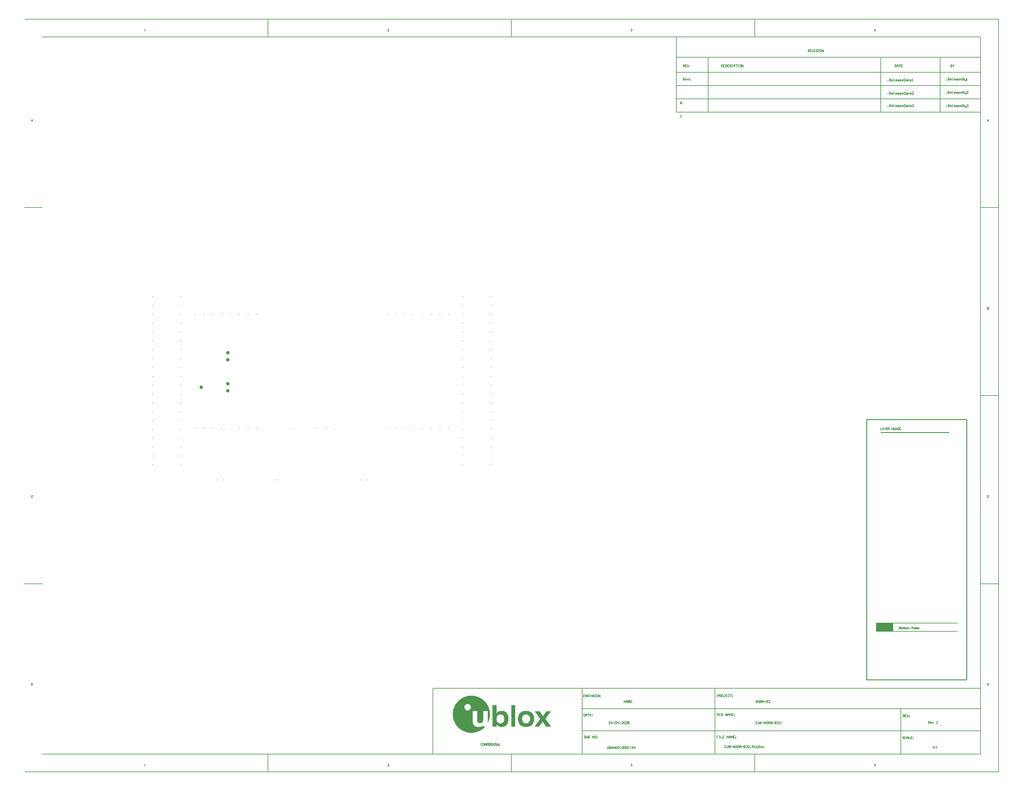
<source format=gbp>
G04*
G04 #@! TF.GenerationSoftware,Altium Limited,Altium Designer,24.6.1 (21)*
G04*
G04 Layer_Color=128*
%FSLAX44Y44*%
%MOMM*%
G71*
G04*
G04 #@! TF.SameCoordinates,E70CDE82-3EE1-4166-B2EF-4B71CB92BF6A*
G04*
G04*
G04 #@! TF.FilePolarity,Positive*
G04*
G01*
G75*
%ADD10C,0.2000*%
%ADD12C,0.1270*%
%ADD14C,0.2540*%
%ADD19C,0.1500*%
%ADD21R,4.8260X2.4130*%
%ADD86C,1.0000*%
%ADD190C,0.2000*%
G36*
X930835Y-543861D02*
X935370D01*
Y-544314D01*
X938092D01*
Y-544768D01*
X940359D01*
Y-545221D01*
X942173D01*
Y-545675D01*
X943988D01*
Y-546128D01*
X945348D01*
Y-546582D01*
X946709D01*
Y-547035D01*
X948070D01*
Y-547489D01*
X948977D01*
Y-547943D01*
X950338D01*
Y-548396D01*
X951245D01*
Y-548850D01*
X952152D01*
Y-549303D01*
X953059D01*
Y-549757D01*
X953966D01*
Y-550210D01*
X954873D01*
Y-550664D01*
X955327D01*
Y-551117D01*
X956234D01*
Y-551571D01*
X957141D01*
Y-552024D01*
X957594D01*
Y-552478D01*
X958502D01*
Y-552932D01*
X958955D01*
Y-553385D01*
X959862D01*
Y-553839D01*
X960316D01*
Y-554292D01*
X960769D01*
Y-554746D01*
X961676D01*
Y-555199D01*
X962130D01*
Y-555653D01*
X962583D01*
Y-556106D01*
X963037D01*
Y-556560D01*
X963944D01*
Y-557014D01*
X964398D01*
Y-557467D01*
X964851D01*
Y-557921D01*
X965305D01*
Y-558374D01*
X965758D01*
Y-558828D01*
X966212D01*
Y-559281D01*
X966665D01*
Y-559735D01*
X967119D01*
Y-560188D01*
X967573D01*
Y-560642D01*
X968026D01*
Y-561096D01*
X968480D01*
Y-561549D01*
X968933D01*
Y-562003D01*
Y-562456D01*
X969387D01*
Y-562910D01*
X969840D01*
Y-563363D01*
X970294D01*
Y-563817D01*
X970748D01*
Y-564271D01*
Y-564724D01*
X971201D01*
Y-565178D01*
X971655D01*
Y-565631D01*
X972108D01*
Y-566085D01*
Y-566538D01*
X972562D01*
Y-566992D01*
X973015D01*
Y-567445D01*
Y-567899D01*
X973469D01*
Y-568353D01*
X973922D01*
Y-568806D01*
Y-569260D01*
X974376D01*
Y-569713D01*
X974829D01*
Y-570167D01*
Y-570620D01*
X975283D01*
Y-571074D01*
Y-571527D01*
X975737D01*
Y-571981D01*
Y-572435D01*
X976190D01*
Y-572888D01*
Y-573342D01*
X976644D01*
Y-573795D01*
Y-574249D01*
X977097D01*
Y-574702D01*
Y-575156D01*
X977551D01*
Y-575609D01*
Y-576063D01*
X978004D01*
Y-576516D01*
Y-576970D01*
Y-577424D01*
X978458D01*
Y-577877D01*
Y-578331D01*
X978912D01*
Y-578784D01*
Y-579238D01*
Y-579691D01*
X979365D01*
Y-580145D01*
Y-580598D01*
Y-581052D01*
X979819D01*
Y-581506D01*
Y-581959D01*
Y-582413D01*
Y-582866D01*
X980272D01*
Y-583320D01*
Y-583773D01*
Y-584227D01*
Y-584680D01*
X980726D01*
Y-585134D01*
Y-585588D01*
Y-586041D01*
Y-586495D01*
X981179D01*
Y-586948D01*
Y-587402D01*
Y-587855D01*
Y-588309D01*
Y-588763D01*
Y-589216D01*
Y-589670D01*
X981633D01*
Y-590123D01*
Y-590577D01*
Y-591030D01*
Y-591484D01*
Y-591937D01*
Y-592391D01*
Y-592845D01*
Y-593298D01*
Y-593752D01*
Y-594205D01*
Y-594659D01*
X982086D01*
Y-595112D01*
Y-595566D01*
Y-596019D01*
Y-596473D01*
Y-596926D01*
Y-597380D01*
Y-597834D01*
Y-598287D01*
Y-598741D01*
Y-599194D01*
X981633D01*
Y-599648D01*
Y-600101D01*
Y-600555D01*
Y-601008D01*
Y-601462D01*
Y-601916D01*
Y-602369D01*
Y-602823D01*
Y-603276D01*
Y-603730D01*
Y-604183D01*
X981179D01*
Y-604637D01*
Y-605090D01*
Y-605544D01*
Y-605998D01*
Y-606451D01*
Y-606905D01*
X980726D01*
Y-607358D01*
Y-607812D01*
Y-608265D01*
Y-608719D01*
Y-609173D01*
X980272D01*
Y-609626D01*
Y-610080D01*
Y-610533D01*
Y-610987D01*
X979819D01*
Y-611440D01*
Y-611894D01*
Y-612347D01*
Y-612801D01*
X979365D01*
Y-613255D01*
Y-613708D01*
Y-614162D01*
X978912D01*
Y-614615D01*
Y-615069D01*
X978458D01*
Y-615522D01*
Y-615976D01*
Y-616429D01*
X978004D01*
Y-616883D01*
Y-617337D01*
X977551D01*
Y-617790D01*
Y-618244D01*
Y-618697D01*
X977097D01*
Y-619151D01*
Y-619604D01*
X976644D01*
Y-620058D01*
Y-620511D01*
X976190D01*
Y-620965D01*
Y-621418D01*
X975737D01*
Y-621872D01*
Y-622326D01*
X975283D01*
Y-621872D01*
Y-621418D01*
Y-620965D01*
Y-620511D01*
Y-620058D01*
Y-619604D01*
Y-619151D01*
Y-618697D01*
Y-618244D01*
Y-617790D01*
Y-617337D01*
Y-616883D01*
Y-616429D01*
Y-615976D01*
Y-615522D01*
Y-615069D01*
Y-614615D01*
Y-614162D01*
Y-613708D01*
Y-613255D01*
Y-612801D01*
Y-612347D01*
Y-611894D01*
Y-611440D01*
Y-610987D01*
Y-610533D01*
Y-610080D01*
Y-609626D01*
Y-609173D01*
Y-608719D01*
Y-608265D01*
Y-607812D01*
Y-607358D01*
Y-606905D01*
Y-606451D01*
Y-605998D01*
Y-605544D01*
Y-605090D01*
Y-604637D01*
Y-604183D01*
Y-603730D01*
Y-603276D01*
Y-602823D01*
Y-602369D01*
Y-601916D01*
Y-601462D01*
Y-601008D01*
Y-600555D01*
Y-600101D01*
Y-599648D01*
Y-599194D01*
Y-598741D01*
Y-598287D01*
Y-597834D01*
Y-597380D01*
Y-596926D01*
Y-596473D01*
Y-596019D01*
Y-595566D01*
Y-595112D01*
Y-594659D01*
Y-594205D01*
Y-593752D01*
Y-593298D01*
Y-592845D01*
Y-592391D01*
Y-591937D01*
Y-591484D01*
Y-591030D01*
Y-590577D01*
Y-590123D01*
Y-589670D01*
Y-589216D01*
Y-588763D01*
Y-588309D01*
Y-587855D01*
X962583D01*
Y-588309D01*
Y-588763D01*
Y-589216D01*
Y-589670D01*
Y-590123D01*
Y-590577D01*
Y-591030D01*
Y-591484D01*
Y-591937D01*
Y-592391D01*
Y-592845D01*
Y-593298D01*
Y-593752D01*
Y-594205D01*
Y-594659D01*
Y-595112D01*
Y-595566D01*
Y-596019D01*
Y-596473D01*
Y-596926D01*
Y-597380D01*
Y-597834D01*
Y-598287D01*
Y-598741D01*
Y-599194D01*
Y-599648D01*
Y-600101D01*
Y-600555D01*
Y-601008D01*
Y-601462D01*
Y-601916D01*
Y-602369D01*
Y-602823D01*
Y-603276D01*
Y-603730D01*
Y-604183D01*
Y-604637D01*
Y-605090D01*
Y-605544D01*
Y-605998D01*
Y-606451D01*
Y-606905D01*
Y-607358D01*
Y-607812D01*
Y-608265D01*
Y-608719D01*
Y-609173D01*
Y-609626D01*
Y-610080D01*
Y-610533D01*
Y-610987D01*
Y-611440D01*
Y-611894D01*
Y-612347D01*
Y-612801D01*
Y-613255D01*
Y-613708D01*
Y-614162D01*
Y-614615D01*
Y-615069D01*
Y-615522D01*
X962130D01*
Y-615976D01*
Y-616429D01*
Y-616883D01*
Y-617337D01*
X961676D01*
Y-617790D01*
Y-618244D01*
X961223D01*
Y-618697D01*
Y-619151D01*
X960769D01*
Y-619604D01*
X960316D01*
Y-620058D01*
X959862D01*
Y-620511D01*
X959409D01*
Y-620965D01*
X958955D01*
Y-621418D01*
X958048D01*
Y-621872D01*
X956687D01*
Y-622326D01*
X950338D01*
Y-621872D01*
X948977D01*
Y-621418D01*
X948070D01*
Y-620965D01*
X947616D01*
Y-620511D01*
X947163D01*
Y-620058D01*
X946709D01*
Y-619604D01*
Y-619151D01*
X946255D01*
Y-618697D01*
Y-618244D01*
X945802D01*
Y-617790D01*
Y-617337D01*
Y-616883D01*
Y-616429D01*
X945348D01*
Y-615976D01*
Y-615522D01*
Y-615069D01*
Y-614615D01*
Y-614162D01*
Y-613708D01*
Y-613255D01*
Y-612801D01*
Y-612347D01*
Y-611894D01*
Y-611440D01*
Y-610987D01*
Y-610533D01*
Y-610080D01*
Y-609626D01*
Y-609173D01*
Y-608719D01*
Y-608265D01*
Y-607812D01*
Y-607358D01*
Y-606905D01*
Y-606451D01*
Y-605998D01*
Y-605544D01*
Y-605090D01*
Y-604637D01*
Y-604183D01*
Y-603730D01*
Y-603276D01*
Y-602823D01*
Y-602369D01*
Y-601916D01*
Y-601462D01*
Y-601008D01*
Y-600555D01*
Y-600101D01*
Y-599648D01*
Y-599194D01*
Y-598741D01*
Y-598287D01*
Y-597834D01*
Y-597380D01*
Y-596926D01*
Y-596473D01*
Y-596019D01*
Y-595566D01*
Y-595112D01*
Y-594659D01*
Y-594205D01*
Y-593752D01*
Y-593298D01*
Y-592845D01*
Y-592391D01*
Y-591937D01*
Y-591484D01*
Y-591030D01*
Y-590577D01*
Y-590123D01*
Y-589670D01*
Y-589216D01*
Y-588763D01*
Y-588309D01*
Y-587855D01*
X932649D01*
Y-588309D01*
Y-588763D01*
Y-589216D01*
Y-589670D01*
Y-590123D01*
Y-590577D01*
Y-591030D01*
Y-591484D01*
Y-591937D01*
Y-592391D01*
Y-592845D01*
Y-593298D01*
Y-593752D01*
Y-594205D01*
Y-594659D01*
Y-595112D01*
Y-595566D01*
Y-596019D01*
Y-596473D01*
Y-596926D01*
Y-597380D01*
Y-597834D01*
Y-598287D01*
Y-598741D01*
Y-599194D01*
Y-599648D01*
Y-600101D01*
Y-600555D01*
Y-601008D01*
Y-601462D01*
Y-601916D01*
Y-602369D01*
Y-602823D01*
Y-603276D01*
Y-603730D01*
Y-604183D01*
Y-604637D01*
Y-605090D01*
Y-605544D01*
Y-605998D01*
Y-606451D01*
Y-606905D01*
Y-607358D01*
Y-607812D01*
Y-608265D01*
Y-608719D01*
Y-609173D01*
Y-609626D01*
Y-610080D01*
Y-610533D01*
Y-610987D01*
Y-611440D01*
Y-611894D01*
Y-612347D01*
Y-612801D01*
Y-613255D01*
Y-613708D01*
Y-614162D01*
Y-614615D01*
Y-615069D01*
Y-615522D01*
Y-615976D01*
Y-616429D01*
Y-616883D01*
Y-617337D01*
Y-617790D01*
Y-618244D01*
Y-618697D01*
Y-619151D01*
Y-619604D01*
Y-620058D01*
Y-620511D01*
Y-620965D01*
X933102D01*
Y-621418D01*
Y-621872D01*
Y-622326D01*
Y-622779D01*
X933556D01*
Y-623233D01*
Y-623686D01*
Y-624140D01*
X934009D01*
Y-624593D01*
Y-625047D01*
Y-625501D01*
X934463D01*
Y-625954D01*
Y-626408D01*
X934917D01*
Y-626861D01*
X935370D01*
Y-627315D01*
Y-627768D01*
X935824D01*
Y-628222D01*
X936277D01*
Y-628675D01*
X936731D01*
Y-629129D01*
X937184D01*
Y-629583D01*
X937638D01*
Y-630036D01*
X938092D01*
Y-630490D01*
X938999D01*
Y-630943D01*
X939452D01*
Y-631397D01*
X940359D01*
Y-631850D01*
X941266D01*
Y-632304D01*
X942173D01*
Y-632757D01*
X943534D01*
Y-633211D01*
X945348D01*
Y-633665D01*
X954419D01*
Y-633211D01*
X956234D01*
Y-632757D01*
X957141D01*
Y-632304D01*
X958502D01*
Y-631850D01*
X958955D01*
Y-631397D01*
X959862D01*
Y-630943D01*
X960316D01*
Y-630490D01*
X960769D01*
Y-630036D01*
X961676D01*
Y-629583D01*
X962130D01*
Y-629129D01*
X962583D01*
Y-628675D01*
Y-628222D01*
X963037D01*
Y-628675D01*
Y-629129D01*
Y-629583D01*
Y-630036D01*
Y-630490D01*
Y-630943D01*
Y-631397D01*
Y-631850D01*
Y-632304D01*
Y-632757D01*
X968026D01*
Y-633211D01*
X967573D01*
Y-633665D01*
X967119D01*
Y-634118D01*
X966665D01*
Y-634572D01*
X966212D01*
Y-635025D01*
X965758D01*
Y-635479D01*
X965305D01*
Y-635932D01*
X964851D01*
Y-636386D01*
X964398D01*
Y-636839D01*
X963491D01*
Y-637293D01*
X963037D01*
Y-637747D01*
X962583D01*
Y-638200D01*
X962130D01*
Y-638654D01*
X961223D01*
Y-639107D01*
X960769D01*
Y-639561D01*
X960316D01*
Y-640014D01*
X959409D01*
Y-640468D01*
X958955D01*
Y-640921D01*
X958048D01*
Y-641375D01*
X957594D01*
Y-641829D01*
X956687D01*
Y-642282D01*
X956234D01*
Y-642736D01*
X955327D01*
Y-643189D01*
X954419D01*
Y-643643D01*
X953512D01*
Y-644096D01*
X953059D01*
Y-644550D01*
X952152D01*
Y-645004D01*
X950791D01*
Y-645457D01*
X949884D01*
Y-645911D01*
X948977D01*
Y-646364D01*
X947616D01*
Y-646818D01*
X946709D01*
Y-647271D01*
X945348D01*
Y-647725D01*
X943534D01*
Y-648178D01*
X942173D01*
Y-648632D01*
X940359D01*
Y-649085D01*
X937638D01*
Y-649539D01*
X934463D01*
Y-649993D01*
X922671D01*
Y-649539D01*
X919496D01*
Y-649085D01*
X917228D01*
Y-648632D01*
X915414D01*
Y-648178D01*
X913599D01*
Y-647725D01*
X912239D01*
Y-647271D01*
X910878D01*
Y-646818D01*
X909518D01*
Y-646364D01*
X908610D01*
Y-645911D01*
X907250D01*
Y-645457D01*
X906343D01*
Y-645004D01*
X905435D01*
Y-644550D01*
X904528D01*
Y-644096D01*
X903621D01*
Y-643643D01*
X902714D01*
Y-643189D01*
X901807D01*
Y-642736D01*
X901354D01*
Y-642282D01*
X900446D01*
Y-641829D01*
X899539D01*
Y-641375D01*
X899086D01*
Y-640921D01*
X898179D01*
Y-640468D01*
X897725D01*
Y-640014D01*
X897271D01*
Y-639561D01*
X896364D01*
Y-639107D01*
X895911D01*
Y-638654D01*
X895457D01*
Y-638200D01*
X894550D01*
Y-637747D01*
X894097D01*
Y-637293D01*
X893643D01*
Y-636839D01*
X893189D01*
Y-636386D01*
X892736D01*
Y-635932D01*
X892282D01*
Y-635479D01*
X891829D01*
Y-635025D01*
X891375D01*
Y-634572D01*
X890922D01*
Y-634118D01*
X890468D01*
Y-633665D01*
X890015D01*
Y-633211D01*
X889561D01*
Y-632757D01*
X889108D01*
Y-632304D01*
X888654D01*
Y-631850D01*
X888200D01*
Y-631397D01*
X887747D01*
Y-630943D01*
X887293D01*
Y-630490D01*
Y-630036D01*
X886840D01*
Y-629583D01*
X886386D01*
Y-629129D01*
X885933D01*
Y-628675D01*
X885479D01*
Y-628222D01*
Y-627768D01*
X885025D01*
Y-627315D01*
X884572D01*
Y-626861D01*
Y-626408D01*
X884118D01*
Y-625954D01*
X883665D01*
Y-625501D01*
Y-625047D01*
X883211D01*
Y-624593D01*
X882758D01*
Y-624140D01*
Y-623686D01*
X882304D01*
Y-623233D01*
Y-622779D01*
X881851D01*
Y-622326D01*
Y-621872D01*
X881397D01*
Y-621418D01*
Y-620965D01*
X880944D01*
Y-620511D01*
Y-620058D01*
X880490D01*
Y-619604D01*
Y-619151D01*
X880036D01*
Y-618697D01*
Y-618244D01*
X879583D01*
Y-617790D01*
Y-617337D01*
X879129D01*
Y-616883D01*
Y-616429D01*
Y-615976D01*
X878676D01*
Y-615522D01*
Y-615069D01*
Y-614615D01*
X878222D01*
Y-614162D01*
Y-613708D01*
X877769D01*
Y-613255D01*
Y-612801D01*
Y-612347D01*
Y-611894D01*
X877315D01*
Y-611440D01*
Y-610987D01*
Y-610533D01*
X876861D01*
Y-610080D01*
Y-609626D01*
Y-609173D01*
Y-608719D01*
X876408D01*
Y-608265D01*
Y-607812D01*
Y-607358D01*
Y-606905D01*
Y-606451D01*
X875954D01*
Y-605998D01*
Y-605544D01*
Y-605090D01*
Y-604637D01*
Y-604183D01*
Y-603730D01*
Y-603276D01*
X875501D01*
Y-602823D01*
Y-602369D01*
Y-601916D01*
Y-601462D01*
Y-601008D01*
Y-600555D01*
Y-600101D01*
Y-599648D01*
Y-599194D01*
Y-598741D01*
X875047D01*
Y-598287D01*
Y-597834D01*
Y-597380D01*
Y-596926D01*
Y-596473D01*
Y-596019D01*
Y-595566D01*
Y-595112D01*
Y-594659D01*
X875501D01*
Y-594205D01*
Y-593752D01*
Y-593298D01*
Y-592845D01*
Y-592391D01*
Y-591937D01*
Y-591484D01*
Y-591030D01*
Y-590577D01*
X875954D01*
Y-590123D01*
Y-589670D01*
Y-589216D01*
Y-588763D01*
Y-588309D01*
Y-587855D01*
Y-587402D01*
X876408D01*
Y-586948D01*
Y-586495D01*
Y-586041D01*
Y-585588D01*
Y-585134D01*
X876861D01*
Y-584680D01*
Y-584227D01*
Y-583773D01*
Y-583320D01*
X877315D01*
Y-582866D01*
Y-582413D01*
Y-581959D01*
Y-581506D01*
X877769D01*
Y-581052D01*
Y-580598D01*
Y-580145D01*
X878222D01*
Y-579691D01*
Y-579238D01*
Y-578784D01*
X878676D01*
Y-578331D01*
Y-577877D01*
X879129D01*
Y-577424D01*
Y-576970D01*
Y-576516D01*
X879583D01*
Y-576063D01*
Y-575609D01*
X880036D01*
Y-575156D01*
Y-574702D01*
Y-574249D01*
X880490D01*
Y-573795D01*
Y-573342D01*
X880944D01*
Y-572888D01*
Y-572435D01*
X881397D01*
Y-571981D01*
Y-571527D01*
X881851D01*
Y-571074D01*
X882304D01*
Y-570620D01*
Y-570167D01*
X882758D01*
Y-569713D01*
Y-569260D01*
X883211D01*
Y-568806D01*
X883665D01*
Y-568353D01*
Y-567899D01*
X884118D01*
Y-567445D01*
X884572D01*
Y-566992D01*
Y-566538D01*
X885025D01*
Y-566085D01*
X885479D01*
Y-565631D01*
Y-565178D01*
X885933D01*
Y-564724D01*
X886386D01*
Y-564271D01*
X886840D01*
Y-563817D01*
Y-563363D01*
X887293D01*
Y-562910D01*
X887747D01*
Y-562456D01*
X888200D01*
Y-562003D01*
X888654D01*
Y-561549D01*
X889108D01*
Y-561096D01*
X889561D01*
Y-560642D01*
X890015D01*
Y-560188D01*
Y-559735D01*
X890468D01*
Y-559281D01*
X890922D01*
Y-558828D01*
X891375D01*
Y-558374D01*
X892282D01*
Y-557921D01*
X892736D01*
Y-557467D01*
X893189D01*
Y-557014D01*
X893643D01*
Y-556560D01*
X894097D01*
Y-556106D01*
X894550D01*
Y-555653D01*
X895004D01*
Y-555199D01*
X895911D01*
Y-554746D01*
X896364D01*
Y-554292D01*
X896818D01*
Y-553839D01*
X897725D01*
Y-553385D01*
X898179D01*
Y-552932D01*
X899086D01*
Y-552478D01*
X899539D01*
Y-552024D01*
X900446D01*
Y-551571D01*
X900900D01*
Y-551117D01*
X901807D01*
Y-550664D01*
X902714D01*
Y-550210D01*
X903168D01*
Y-549757D01*
X904528D01*
Y-549303D01*
X905435D01*
Y-548850D01*
X906343D01*
Y-548396D01*
X907250D01*
Y-547943D01*
X908157D01*
Y-547489D01*
X909518D01*
Y-547035D01*
X910425D01*
Y-546582D01*
X911785D01*
Y-546128D01*
X913146D01*
Y-545675D01*
X914960D01*
Y-545221D01*
X916774D01*
Y-544768D01*
X919042D01*
Y-544314D01*
X922217D01*
Y-543861D01*
X926753D01*
Y-543407D01*
X930835D01*
Y-543861D01*
D02*
G37*
G36*
X1001136Y-571074D02*
Y-571527D01*
Y-571981D01*
Y-572435D01*
Y-572888D01*
Y-573342D01*
Y-573795D01*
Y-574249D01*
Y-574702D01*
Y-575156D01*
Y-575609D01*
Y-576063D01*
Y-576516D01*
Y-576970D01*
Y-577424D01*
Y-577877D01*
Y-578331D01*
Y-578784D01*
Y-579238D01*
Y-579691D01*
Y-580145D01*
Y-580598D01*
Y-581052D01*
Y-581506D01*
Y-581959D01*
Y-582413D01*
Y-582866D01*
Y-583320D01*
Y-583773D01*
Y-584227D01*
Y-584680D01*
Y-585134D01*
Y-585588D01*
Y-586041D01*
Y-586495D01*
Y-586948D01*
Y-587402D01*
Y-587855D01*
Y-588309D01*
Y-588763D01*
Y-589216D01*
Y-589670D01*
Y-590123D01*
Y-590577D01*
Y-591030D01*
Y-591484D01*
Y-591937D01*
Y-592391D01*
Y-592845D01*
Y-593298D01*
X1002043D01*
Y-592845D01*
X1002496D01*
Y-592391D01*
X1002950D01*
Y-591937D01*
X1003404D01*
Y-591484D01*
X1003857D01*
Y-591030D01*
X1004311D01*
Y-590577D01*
X1004764D01*
Y-590123D01*
X1005671D01*
Y-589670D01*
X1006125D01*
Y-589216D01*
X1007032D01*
Y-588763D01*
X1007939D01*
Y-588309D01*
X1009300D01*
Y-587855D01*
X1011114D01*
Y-587402D01*
X1019732D01*
Y-587855D01*
X1021546D01*
Y-588309D01*
X1022906D01*
Y-588763D01*
X1024267D01*
Y-589216D01*
X1025174D01*
Y-589670D01*
X1025628D01*
Y-590123D01*
X1026535D01*
Y-590577D01*
X1026989D01*
Y-591030D01*
X1027896D01*
Y-591484D01*
X1028349D01*
Y-591937D01*
X1028803D01*
Y-592391D01*
X1029256D01*
Y-592845D01*
X1029710D01*
Y-593298D01*
X1030163D01*
Y-593752D01*
Y-594205D01*
X1030617D01*
Y-594659D01*
X1031070D01*
Y-595112D01*
X1031524D01*
Y-595566D01*
Y-596019D01*
X1031978D01*
Y-596473D01*
Y-596926D01*
X1032431D01*
Y-597380D01*
Y-597834D01*
X1032885D01*
Y-598287D01*
Y-598741D01*
X1033338D01*
Y-599194D01*
Y-599648D01*
Y-600101D01*
X1033792D01*
Y-600555D01*
Y-601008D01*
Y-601462D01*
Y-601916D01*
X1034245D01*
Y-602369D01*
Y-602823D01*
Y-603276D01*
Y-603730D01*
Y-604183D01*
X1034699D01*
Y-604637D01*
Y-605090D01*
Y-605544D01*
Y-605998D01*
Y-606451D01*
Y-606905D01*
Y-607358D01*
Y-607812D01*
Y-608265D01*
X1035153D01*
Y-608719D01*
X1034699D01*
Y-609173D01*
Y-609626D01*
Y-610080D01*
Y-610533D01*
Y-610987D01*
Y-611440D01*
Y-611894D01*
Y-612347D01*
Y-612801D01*
Y-613255D01*
Y-613708D01*
Y-614162D01*
Y-614615D01*
Y-615069D01*
Y-615522D01*
Y-615976D01*
Y-616429D01*
X1034245D01*
Y-616883D01*
Y-617337D01*
Y-617790D01*
Y-618244D01*
Y-618697D01*
X1033792D01*
Y-619151D01*
Y-619604D01*
Y-620058D01*
X1033338D01*
Y-620511D01*
Y-620965D01*
Y-621418D01*
X1032885D01*
Y-621872D01*
Y-622326D01*
Y-622779D01*
X1032431D01*
Y-623233D01*
Y-623686D01*
X1031978D01*
Y-624140D01*
Y-624593D01*
X1031524D01*
Y-625047D01*
X1031070D01*
Y-625501D01*
Y-625954D01*
X1030617D01*
Y-626408D01*
X1030163D01*
Y-626861D01*
X1029710D01*
Y-627315D01*
X1029256D01*
Y-627768D01*
Y-628222D01*
X1028349D01*
Y-628675D01*
X1027896D01*
Y-629129D01*
X1027442D01*
Y-629583D01*
X1026989D01*
Y-630036D01*
X1026081D01*
Y-630490D01*
X1025628D01*
Y-630943D01*
X1024721D01*
Y-631397D01*
X1023814D01*
Y-631850D01*
X1022906D01*
Y-632304D01*
X1021546D01*
Y-632757D01*
X1019278D01*
Y-633211D01*
X1011568D01*
Y-632757D01*
X1009300D01*
Y-632304D01*
X1008393D01*
Y-631850D01*
X1007032D01*
Y-631397D01*
X1006579D01*
Y-630943D01*
X1005671D01*
Y-630490D01*
X1005218D01*
Y-630036D01*
X1004311D01*
Y-629583D01*
X1003857D01*
Y-629129D01*
X1003404D01*
Y-628675D01*
X1002950D01*
Y-628222D01*
X1002496D01*
Y-627768D01*
X1002043D01*
Y-627315D01*
X1001589D01*
Y-626861D01*
Y-626408D01*
X1000682D01*
Y-626861D01*
Y-627315D01*
Y-627768D01*
Y-628222D01*
Y-628675D01*
Y-629129D01*
Y-629583D01*
Y-630036D01*
Y-630490D01*
Y-630943D01*
Y-631397D01*
Y-631850D01*
Y-632304D01*
X989343D01*
Y-631850D01*
Y-631397D01*
Y-630943D01*
Y-630490D01*
Y-630036D01*
Y-629583D01*
Y-629129D01*
Y-628675D01*
Y-628222D01*
Y-627768D01*
Y-627315D01*
Y-626861D01*
Y-626408D01*
Y-625954D01*
Y-625501D01*
Y-625047D01*
Y-624593D01*
Y-624140D01*
Y-623686D01*
Y-623233D01*
Y-622779D01*
Y-622326D01*
Y-621872D01*
Y-621418D01*
Y-620965D01*
Y-620511D01*
Y-620058D01*
Y-619604D01*
Y-619151D01*
Y-618697D01*
Y-618244D01*
Y-617790D01*
Y-617337D01*
Y-616883D01*
Y-616429D01*
Y-615976D01*
Y-615522D01*
Y-615069D01*
Y-614615D01*
Y-614162D01*
Y-613708D01*
Y-613255D01*
Y-612801D01*
Y-612347D01*
Y-611894D01*
Y-611440D01*
Y-610987D01*
Y-610533D01*
Y-610080D01*
Y-609626D01*
Y-609173D01*
Y-608719D01*
Y-608265D01*
Y-607812D01*
Y-607358D01*
Y-606905D01*
Y-606451D01*
Y-605998D01*
Y-605544D01*
Y-605090D01*
Y-604637D01*
Y-604183D01*
Y-603730D01*
Y-603276D01*
Y-602823D01*
Y-602369D01*
Y-601916D01*
Y-601462D01*
Y-601008D01*
Y-600555D01*
Y-600101D01*
Y-599648D01*
Y-599194D01*
Y-598741D01*
Y-598287D01*
Y-597834D01*
Y-597380D01*
Y-596926D01*
Y-596473D01*
Y-596019D01*
Y-595566D01*
Y-595112D01*
Y-594659D01*
Y-594205D01*
Y-593752D01*
Y-593298D01*
Y-592845D01*
Y-592391D01*
Y-591937D01*
Y-591484D01*
Y-591030D01*
Y-590577D01*
Y-590123D01*
Y-589670D01*
Y-589216D01*
Y-588763D01*
Y-588309D01*
Y-587855D01*
Y-587402D01*
Y-586948D01*
Y-586495D01*
Y-586041D01*
Y-585588D01*
Y-585134D01*
Y-584680D01*
Y-584227D01*
Y-583773D01*
Y-583320D01*
Y-582866D01*
Y-582413D01*
Y-581959D01*
Y-581506D01*
Y-581052D01*
Y-580598D01*
Y-580145D01*
Y-579691D01*
Y-579238D01*
Y-578784D01*
Y-578331D01*
Y-577877D01*
Y-577424D01*
Y-576970D01*
Y-576516D01*
Y-576063D01*
Y-575609D01*
Y-575156D01*
Y-574702D01*
Y-574249D01*
Y-573795D01*
Y-573342D01*
Y-572888D01*
Y-572435D01*
Y-571981D01*
Y-571527D01*
Y-571074D01*
Y-570620D01*
X1001136D01*
Y-571074D01*
D02*
G37*
G36*
X1054655D02*
Y-571527D01*
Y-571981D01*
Y-572435D01*
Y-572888D01*
Y-573342D01*
Y-573795D01*
Y-574249D01*
Y-574702D01*
Y-575156D01*
Y-575609D01*
Y-576063D01*
Y-576516D01*
Y-576970D01*
Y-577424D01*
Y-577877D01*
Y-578331D01*
Y-578784D01*
Y-579238D01*
Y-579691D01*
Y-580145D01*
Y-580598D01*
Y-581052D01*
Y-581506D01*
Y-581959D01*
Y-582413D01*
Y-582866D01*
Y-583320D01*
Y-583773D01*
Y-584227D01*
Y-584680D01*
Y-585134D01*
Y-585588D01*
Y-586041D01*
Y-586495D01*
Y-586948D01*
Y-587402D01*
Y-587855D01*
Y-588309D01*
Y-588763D01*
Y-589216D01*
Y-589670D01*
Y-590123D01*
Y-590577D01*
Y-591030D01*
Y-591484D01*
Y-591937D01*
Y-592391D01*
Y-592845D01*
Y-593298D01*
Y-593752D01*
Y-594205D01*
Y-594659D01*
Y-595112D01*
Y-595566D01*
Y-596019D01*
Y-596473D01*
Y-596926D01*
Y-597380D01*
Y-597834D01*
Y-598287D01*
Y-598741D01*
Y-599194D01*
Y-599648D01*
Y-600101D01*
Y-600555D01*
Y-601008D01*
Y-601462D01*
Y-601916D01*
Y-602369D01*
Y-602823D01*
Y-603276D01*
Y-603730D01*
Y-604183D01*
Y-604637D01*
Y-605090D01*
Y-605544D01*
Y-605998D01*
Y-606451D01*
Y-606905D01*
Y-607358D01*
Y-607812D01*
Y-608265D01*
Y-608719D01*
Y-609173D01*
Y-609626D01*
Y-610080D01*
Y-610533D01*
Y-610987D01*
Y-611440D01*
Y-611894D01*
Y-612347D01*
Y-612801D01*
Y-613255D01*
Y-613708D01*
Y-614162D01*
Y-614615D01*
Y-615069D01*
Y-615522D01*
Y-615976D01*
Y-616429D01*
Y-616883D01*
Y-617337D01*
Y-617790D01*
Y-618244D01*
Y-618697D01*
Y-619151D01*
Y-619604D01*
Y-620058D01*
Y-620511D01*
Y-620965D01*
Y-621418D01*
Y-621872D01*
Y-622326D01*
Y-622779D01*
Y-623233D01*
Y-623686D01*
Y-624140D01*
Y-624593D01*
Y-625047D01*
Y-625501D01*
Y-625954D01*
Y-626408D01*
Y-626861D01*
Y-627315D01*
Y-627768D01*
Y-628222D01*
Y-628675D01*
Y-629129D01*
Y-629583D01*
Y-630036D01*
Y-630490D01*
Y-630943D01*
Y-631397D01*
Y-631850D01*
Y-632304D01*
X1043316D01*
Y-631850D01*
Y-631397D01*
Y-630943D01*
Y-630490D01*
Y-630036D01*
Y-629583D01*
Y-629129D01*
Y-628675D01*
Y-628222D01*
Y-627768D01*
Y-627315D01*
Y-626861D01*
Y-626408D01*
Y-625954D01*
Y-625501D01*
Y-625047D01*
Y-624593D01*
Y-624140D01*
Y-623686D01*
Y-623233D01*
Y-622779D01*
Y-622326D01*
Y-621872D01*
Y-621418D01*
Y-620965D01*
Y-620511D01*
Y-620058D01*
Y-619604D01*
Y-619151D01*
Y-618697D01*
Y-618244D01*
Y-617790D01*
Y-617337D01*
Y-616883D01*
Y-616429D01*
Y-615976D01*
Y-615522D01*
Y-615069D01*
Y-614615D01*
Y-614162D01*
Y-613708D01*
Y-613255D01*
Y-612801D01*
Y-612347D01*
Y-611894D01*
Y-611440D01*
Y-610987D01*
Y-610533D01*
Y-610080D01*
Y-609626D01*
Y-609173D01*
Y-608719D01*
Y-608265D01*
Y-607812D01*
Y-607358D01*
Y-606905D01*
Y-606451D01*
Y-605998D01*
Y-605544D01*
Y-605090D01*
Y-604637D01*
Y-604183D01*
Y-603730D01*
Y-603276D01*
Y-602823D01*
Y-602369D01*
Y-601916D01*
Y-601462D01*
Y-601008D01*
Y-600555D01*
Y-600101D01*
Y-599648D01*
Y-599194D01*
Y-598741D01*
Y-598287D01*
Y-597834D01*
Y-597380D01*
Y-596926D01*
Y-596473D01*
Y-596019D01*
Y-595566D01*
Y-595112D01*
Y-594659D01*
Y-594205D01*
Y-593752D01*
Y-593298D01*
Y-592845D01*
Y-592391D01*
Y-591937D01*
Y-591484D01*
Y-591030D01*
Y-590577D01*
Y-590123D01*
Y-589670D01*
Y-589216D01*
Y-588763D01*
Y-588309D01*
Y-587855D01*
Y-587402D01*
Y-586948D01*
Y-586495D01*
Y-586041D01*
Y-585588D01*
Y-585134D01*
Y-584680D01*
Y-584227D01*
Y-583773D01*
Y-583320D01*
Y-582866D01*
Y-582413D01*
Y-581959D01*
Y-581506D01*
Y-581052D01*
Y-580598D01*
Y-580145D01*
Y-579691D01*
Y-579238D01*
Y-578784D01*
Y-578331D01*
Y-577877D01*
Y-577424D01*
Y-576970D01*
Y-576516D01*
Y-576063D01*
Y-575609D01*
Y-575156D01*
Y-574702D01*
Y-574249D01*
Y-573795D01*
Y-573342D01*
Y-572888D01*
Y-572435D01*
Y-571981D01*
Y-571527D01*
Y-571074D01*
Y-570620D01*
X1054655D01*
Y-571074D01*
D02*
G37*
G36*
X1090940Y-587855D02*
X1093208D01*
Y-588309D01*
X1094568D01*
Y-588763D01*
X1095929D01*
Y-589216D01*
X1096836D01*
Y-589670D01*
X1097743D01*
Y-590123D01*
X1098650D01*
Y-590577D01*
X1099557D01*
Y-591030D01*
X1100011D01*
Y-591484D01*
X1100918D01*
Y-591937D01*
X1101372D01*
Y-592391D01*
X1101825D01*
Y-592845D01*
X1102279D01*
Y-593298D01*
X1102732D01*
Y-593752D01*
X1103186D01*
Y-594205D01*
X1103639D01*
Y-594659D01*
X1104093D01*
Y-595112D01*
X1104547D01*
Y-595566D01*
Y-596019D01*
X1105000D01*
Y-596473D01*
X1105454D01*
Y-596926D01*
Y-597380D01*
X1105907D01*
Y-597834D01*
Y-598287D01*
X1106361D01*
Y-598741D01*
Y-599194D01*
X1106814D01*
Y-599648D01*
Y-600101D01*
X1107268D01*
Y-600555D01*
Y-601008D01*
Y-601462D01*
X1107721D01*
Y-601916D01*
Y-602369D01*
Y-602823D01*
Y-603276D01*
Y-603730D01*
X1108175D01*
Y-604183D01*
Y-604637D01*
Y-605090D01*
Y-605544D01*
Y-605998D01*
Y-606451D01*
Y-606905D01*
X1108628D01*
Y-607358D01*
Y-607812D01*
Y-608265D01*
Y-608719D01*
Y-609173D01*
Y-609626D01*
Y-610080D01*
Y-610533D01*
Y-610987D01*
Y-611440D01*
Y-611894D01*
Y-612347D01*
Y-612801D01*
Y-613255D01*
Y-613708D01*
X1108175D01*
Y-614162D01*
Y-614615D01*
Y-615069D01*
Y-615522D01*
Y-615976D01*
Y-616429D01*
Y-616883D01*
X1107721D01*
Y-617337D01*
Y-617790D01*
Y-618244D01*
Y-618697D01*
X1107268D01*
Y-619151D01*
Y-619604D01*
Y-620058D01*
X1106814D01*
Y-620511D01*
Y-620965D01*
Y-621418D01*
X1106361D01*
Y-621872D01*
Y-622326D01*
X1105907D01*
Y-622779D01*
Y-623233D01*
X1105454D01*
Y-623686D01*
Y-624140D01*
X1105000D01*
Y-624593D01*
X1104547D01*
Y-625047D01*
X1104093D01*
Y-625501D01*
Y-625954D01*
X1103639D01*
Y-626408D01*
X1103186D01*
Y-626861D01*
X1102732D01*
Y-627315D01*
X1102279D01*
Y-627768D01*
X1101825D01*
Y-628222D01*
X1101372D01*
Y-628675D01*
X1100465D01*
Y-629129D01*
X1100011D01*
Y-629583D01*
X1099104D01*
Y-630036D01*
X1098650D01*
Y-630490D01*
X1097743D01*
Y-630943D01*
X1096836D01*
Y-631397D01*
X1095475D01*
Y-631850D01*
X1094115D01*
Y-632304D01*
X1092754D01*
Y-632757D01*
X1090486D01*
Y-633211D01*
X1080962D01*
Y-632757D01*
X1078240D01*
Y-632304D01*
X1076426D01*
Y-631850D01*
X1075519D01*
Y-631397D01*
X1074158D01*
Y-630943D01*
X1073251D01*
Y-630490D01*
X1072344D01*
Y-630036D01*
X1071890D01*
Y-629583D01*
X1070983D01*
Y-629129D01*
X1070530D01*
Y-628675D01*
X1069623D01*
Y-628222D01*
X1069169D01*
Y-627768D01*
X1068716D01*
Y-627315D01*
X1068262D01*
Y-626861D01*
X1067809D01*
Y-626408D01*
X1067355D01*
Y-625954D01*
X1066901D01*
Y-625501D01*
Y-625047D01*
X1066448D01*
Y-624593D01*
X1065994D01*
Y-624140D01*
X1065541D01*
Y-623686D01*
Y-623233D01*
X1065087D01*
Y-622779D01*
Y-622326D01*
X1064634D01*
Y-621872D01*
Y-621418D01*
X1064180D01*
Y-620965D01*
Y-620511D01*
Y-620058D01*
X1063727D01*
Y-619604D01*
Y-619151D01*
Y-618697D01*
X1063273D01*
Y-618244D01*
Y-617790D01*
Y-617337D01*
Y-616883D01*
X1062819D01*
Y-616429D01*
Y-615976D01*
Y-615522D01*
Y-615069D01*
Y-614615D01*
Y-614162D01*
Y-613708D01*
Y-613255D01*
X1062366D01*
Y-612801D01*
Y-612347D01*
Y-611894D01*
Y-611440D01*
Y-610987D01*
Y-610533D01*
Y-610080D01*
Y-609626D01*
Y-609173D01*
Y-608719D01*
Y-608265D01*
Y-607812D01*
Y-607358D01*
X1062819D01*
Y-606905D01*
Y-606451D01*
Y-605998D01*
Y-605544D01*
Y-605090D01*
Y-604637D01*
Y-604183D01*
Y-603730D01*
X1063273D01*
Y-603276D01*
Y-602823D01*
Y-602369D01*
Y-601916D01*
X1063727D01*
Y-601462D01*
Y-601008D01*
Y-600555D01*
X1064180D01*
Y-600101D01*
Y-599648D01*
Y-599194D01*
X1064634D01*
Y-598741D01*
Y-598287D01*
X1065087D01*
Y-597834D01*
Y-597380D01*
X1065541D01*
Y-596926D01*
Y-596473D01*
X1065994D01*
Y-596019D01*
X1066448D01*
Y-595566D01*
Y-595112D01*
X1066901D01*
Y-594659D01*
X1067355D01*
Y-594205D01*
X1067809D01*
Y-593752D01*
X1068262D01*
Y-593298D01*
X1068716D01*
Y-592845D01*
X1069169D01*
Y-592391D01*
X1069623D01*
Y-591937D01*
X1070076D01*
Y-591484D01*
X1070983D01*
Y-591030D01*
X1071437D01*
Y-590577D01*
X1072344D01*
Y-590123D01*
X1073251D01*
Y-589670D01*
X1074158D01*
Y-589216D01*
X1075065D01*
Y-588763D01*
X1076426D01*
Y-588309D01*
X1077787D01*
Y-587855D01*
X1080054D01*
Y-587402D01*
X1090940D01*
Y-587855D01*
D02*
G37*
G36*
X1156705Y-588763D02*
X1156252D01*
Y-589216D01*
Y-589670D01*
X1155798D01*
Y-590123D01*
X1155345D01*
Y-590577D01*
X1154891D01*
Y-591030D01*
Y-591484D01*
X1154438D01*
Y-591937D01*
X1153984D01*
Y-592391D01*
Y-592845D01*
X1153531D01*
Y-593298D01*
X1153077D01*
Y-593752D01*
X1152624D01*
Y-594205D01*
Y-594659D01*
X1152170D01*
Y-595112D01*
X1151716D01*
Y-595566D01*
X1151263D01*
Y-596019D01*
Y-596473D01*
X1150809D01*
Y-596926D01*
X1150356D01*
Y-597380D01*
X1149902D01*
Y-597834D01*
Y-598287D01*
X1149449D01*
Y-598741D01*
X1148995D01*
Y-599194D01*
Y-599648D01*
X1148541D01*
Y-600101D01*
X1148088D01*
Y-600555D01*
X1147634D01*
Y-601008D01*
Y-601462D01*
X1147181D01*
Y-601916D01*
X1146727D01*
Y-602369D01*
X1146274D01*
Y-602823D01*
Y-603276D01*
X1145820D01*
Y-603730D01*
X1145367D01*
Y-604183D01*
Y-604637D01*
X1144913D01*
Y-605090D01*
X1144460D01*
Y-605544D01*
X1144006D01*
Y-605998D01*
Y-606451D01*
X1143552D01*
Y-606905D01*
X1143099D01*
Y-607358D01*
X1142645D01*
Y-607812D01*
Y-608265D01*
X1142192D01*
Y-608719D01*
X1141738D01*
Y-609173D01*
X1141285D01*
Y-609626D01*
Y-610080D01*
Y-610533D01*
X1141738D01*
Y-610987D01*
Y-611440D01*
X1142192D01*
Y-611894D01*
X1142645D01*
Y-612347D01*
X1143099D01*
Y-612801D01*
Y-613255D01*
X1143552D01*
Y-613708D01*
X1144006D01*
Y-614162D01*
X1144460D01*
Y-614615D01*
Y-615069D01*
X1144913D01*
Y-615522D01*
X1145367D01*
Y-615976D01*
Y-616429D01*
X1145820D01*
Y-616883D01*
X1146274D01*
Y-617337D01*
X1146727D01*
Y-617790D01*
Y-618244D01*
X1147181D01*
Y-618697D01*
X1147634D01*
Y-619151D01*
X1148088D01*
Y-619604D01*
Y-620058D01*
X1148541D01*
Y-620511D01*
X1148995D01*
Y-620965D01*
X1149449D01*
Y-621418D01*
Y-621872D01*
X1149902D01*
Y-622326D01*
X1150356D01*
Y-622779D01*
X1150809D01*
Y-623233D01*
Y-623686D01*
X1151263D01*
Y-624140D01*
X1151716D01*
Y-624593D01*
X1152170D01*
Y-625047D01*
Y-625501D01*
X1152624D01*
Y-625954D01*
X1153077D01*
Y-626408D01*
X1153531D01*
Y-626861D01*
Y-627315D01*
X1153984D01*
Y-627768D01*
X1154438D01*
Y-628222D01*
Y-628675D01*
X1154891D01*
Y-629129D01*
X1155345D01*
Y-629583D01*
X1155798D01*
Y-630036D01*
Y-630490D01*
X1156252D01*
Y-630943D01*
X1156705D01*
Y-631397D01*
X1157159D01*
Y-631850D01*
X1157613D01*
Y-632304D01*
X1143099D01*
Y-631850D01*
Y-631397D01*
X1142645D01*
Y-630943D01*
X1142192D01*
Y-630490D01*
X1141738D01*
Y-630036D01*
Y-629583D01*
X1141285D01*
Y-629129D01*
X1140831D01*
Y-628675D01*
X1140378D01*
Y-628222D01*
Y-627768D01*
X1139924D01*
Y-627315D01*
X1139470D01*
Y-626861D01*
Y-626408D01*
X1139017D01*
Y-625954D01*
X1138563D01*
Y-625501D01*
X1138110D01*
Y-625047D01*
Y-624593D01*
X1137656D01*
Y-624140D01*
X1137203D01*
Y-623686D01*
X1136749D01*
Y-623233D01*
Y-622779D01*
X1136295D01*
Y-622326D01*
X1135842D01*
Y-621872D01*
Y-621418D01*
X1135388D01*
Y-620965D01*
X1134935D01*
Y-620511D01*
X1134481D01*
Y-620058D01*
Y-619604D01*
X1134028D01*
Y-619151D01*
X1133574D01*
Y-618697D01*
X1133121D01*
Y-618244D01*
X1132667D01*
Y-618697D01*
Y-619151D01*
X1132214D01*
Y-619604D01*
X1131760D01*
Y-620058D01*
X1131306D01*
Y-620511D01*
Y-620965D01*
X1130853D01*
Y-621418D01*
X1130399D01*
Y-621872D01*
Y-622326D01*
X1129946D01*
Y-622779D01*
X1129492D01*
Y-623233D01*
X1129039D01*
Y-623686D01*
Y-624140D01*
X1128585D01*
Y-624593D01*
X1128131D01*
Y-625047D01*
Y-625501D01*
X1127678D01*
Y-625954D01*
X1127224D01*
Y-626408D01*
X1126771D01*
Y-626861D01*
Y-627315D01*
X1126317D01*
Y-627768D01*
X1125864D01*
Y-628222D01*
Y-628675D01*
X1125410D01*
Y-629129D01*
X1124957D01*
Y-629583D01*
X1124503D01*
Y-630036D01*
Y-630490D01*
X1124049D01*
Y-630943D01*
X1123596D01*
Y-631397D01*
Y-631850D01*
X1123142D01*
Y-632304D01*
X1109989D01*
Y-631850D01*
X1110443D01*
Y-631397D01*
X1110896D01*
Y-630943D01*
Y-630490D01*
X1111350D01*
Y-630036D01*
X1111803D01*
Y-629583D01*
X1112257D01*
Y-629129D01*
Y-628675D01*
X1112711D01*
Y-628222D01*
X1113164D01*
Y-627768D01*
Y-627315D01*
X1113618D01*
Y-626861D01*
X1114071D01*
Y-626408D01*
X1114525D01*
Y-625954D01*
X1114978D01*
Y-625501D01*
Y-625047D01*
X1115432D01*
Y-624593D01*
X1115885D01*
Y-624140D01*
Y-623686D01*
X1116339D01*
Y-623233D01*
X1116793D01*
Y-622779D01*
X1117246D01*
Y-622326D01*
Y-621872D01*
X1117700D01*
Y-621418D01*
X1118153D01*
Y-620965D01*
X1118607D01*
Y-620511D01*
Y-620058D01*
X1119060D01*
Y-619604D01*
X1119514D01*
Y-619151D01*
X1119967D01*
Y-618697D01*
Y-618244D01*
X1120421D01*
Y-617790D01*
X1120875D01*
Y-617337D01*
X1121328D01*
Y-616883D01*
Y-616429D01*
X1121782D01*
Y-615976D01*
X1122235D01*
Y-615522D01*
X1122689D01*
Y-615069D01*
Y-614615D01*
X1123142D01*
Y-614162D01*
X1123596D01*
Y-613708D01*
X1124049D01*
Y-613255D01*
Y-612801D01*
X1124503D01*
Y-612347D01*
X1124957D01*
Y-611894D01*
Y-611440D01*
X1125410D01*
Y-610987D01*
X1125864D01*
Y-610533D01*
X1126317D01*
Y-610080D01*
Y-609626D01*
X1125864D01*
Y-609173D01*
X1125410D01*
Y-608719D01*
X1124957D01*
Y-608265D01*
Y-607812D01*
X1124503D01*
Y-607358D01*
X1124049D01*
Y-606905D01*
X1123596D01*
Y-606451D01*
Y-605998D01*
X1123142D01*
Y-605544D01*
X1122689D01*
Y-605090D01*
Y-604637D01*
X1122235D01*
Y-604183D01*
X1121782D01*
Y-603730D01*
X1121328D01*
Y-603276D01*
Y-602823D01*
X1120875D01*
Y-602369D01*
X1120421D01*
Y-601916D01*
X1119967D01*
Y-601462D01*
Y-601008D01*
X1119514D01*
Y-600555D01*
X1119060D01*
Y-600101D01*
Y-599648D01*
X1118607D01*
Y-599194D01*
X1118153D01*
Y-598741D01*
X1117700D01*
Y-598287D01*
Y-597834D01*
X1117246D01*
Y-597380D01*
X1116793D01*
Y-596926D01*
X1116339D01*
Y-596473D01*
Y-596019D01*
X1115885D01*
Y-595566D01*
X1115432D01*
Y-595112D01*
Y-594659D01*
X1114978D01*
Y-594205D01*
X1114525D01*
Y-593752D01*
X1114071D01*
Y-593298D01*
Y-592845D01*
X1113618D01*
Y-592391D01*
X1113164D01*
Y-591937D01*
X1112711D01*
Y-591484D01*
Y-591030D01*
X1112257D01*
Y-590577D01*
X1111803D01*
Y-590123D01*
Y-589670D01*
X1111350D01*
Y-589216D01*
X1110896D01*
Y-588763D01*
X1110443D01*
Y-588309D01*
X1124503D01*
Y-588763D01*
X1124957D01*
Y-589216D01*
X1125410D01*
Y-589670D01*
Y-590123D01*
X1125864D01*
Y-590577D01*
X1126317D01*
Y-591030D01*
X1126771D01*
Y-591484D01*
Y-591937D01*
X1127224D01*
Y-592391D01*
X1127678D01*
Y-592845D01*
Y-593298D01*
X1128131D01*
Y-593752D01*
X1128585D01*
Y-594205D01*
Y-594659D01*
X1129039D01*
Y-595112D01*
X1129492D01*
Y-595566D01*
X1129946D01*
Y-596019D01*
Y-596473D01*
X1130399D01*
Y-596926D01*
X1130853D01*
Y-597380D01*
Y-597834D01*
X1131306D01*
Y-598287D01*
X1131760D01*
Y-598741D01*
X1132214D01*
Y-599194D01*
Y-599648D01*
X1132667D01*
Y-600101D01*
X1133121D01*
Y-600555D01*
Y-601008D01*
X1133574D01*
Y-601462D01*
X1134028D01*
Y-601916D01*
X1134481D01*
Y-601462D01*
X1134935D01*
Y-601008D01*
Y-600555D01*
X1135388D01*
Y-600101D01*
X1135842D01*
Y-599648D01*
X1136295D01*
Y-599194D01*
Y-598741D01*
X1136749D01*
Y-598287D01*
X1137203D01*
Y-597834D01*
Y-597380D01*
X1137656D01*
Y-596926D01*
X1138110D01*
Y-596473D01*
X1138563D01*
Y-596019D01*
Y-595566D01*
X1139017D01*
Y-595112D01*
X1139470D01*
Y-594659D01*
Y-594205D01*
X1139924D01*
Y-593752D01*
X1140378D01*
Y-593298D01*
X1140831D01*
Y-592845D01*
Y-592391D01*
X1141285D01*
Y-591937D01*
X1141738D01*
Y-591484D01*
Y-591030D01*
X1142192D01*
Y-590577D01*
X1142645D01*
Y-590123D01*
X1143099D01*
Y-589670D01*
Y-589216D01*
X1143552D01*
Y-588763D01*
X1144006D01*
Y-588309D01*
X1156705D01*
Y-588763D01*
D02*
G37*
%LPC*%
G36*
X919042Y-567445D02*
X916774D01*
Y-567899D01*
X914960D01*
Y-568353D01*
X914053D01*
Y-568806D01*
X913146D01*
Y-569260D01*
X912239D01*
Y-569713D01*
X911785D01*
Y-570167D01*
X911332D01*
Y-570620D01*
X910878D01*
Y-571074D01*
X910425D01*
Y-571527D01*
Y-571981D01*
X909971D01*
Y-572435D01*
X909518D01*
Y-572888D01*
Y-573342D01*
X909064D01*
Y-573795D01*
Y-574249D01*
Y-574702D01*
Y-575156D01*
X908610D01*
Y-575609D01*
Y-576063D01*
Y-576516D01*
Y-576970D01*
Y-577424D01*
Y-577877D01*
Y-578331D01*
Y-578784D01*
X909064D01*
Y-579238D01*
Y-579691D01*
Y-580145D01*
X909518D01*
Y-580598D01*
Y-581052D01*
X909971D01*
Y-581506D01*
Y-581959D01*
X910425D01*
Y-582413D01*
X910878D01*
Y-582866D01*
X911332D01*
Y-583320D01*
X911785D01*
Y-583773D01*
X912239D01*
Y-584227D01*
X912692D01*
Y-584680D01*
X913599D01*
Y-585134D01*
X914507D01*
Y-585588D01*
X915867D01*
Y-586041D01*
X919949D01*
Y-585588D01*
X921310D01*
Y-585134D01*
X922217D01*
Y-584680D01*
X923124D01*
Y-584227D01*
X923578D01*
Y-583773D01*
X924031D01*
Y-583320D01*
X924938D01*
Y-582866D01*
Y-582413D01*
X925392D01*
Y-581959D01*
X925845D01*
Y-581506D01*
Y-581052D01*
X926299D01*
Y-580598D01*
Y-580145D01*
X926753D01*
Y-579691D01*
Y-579238D01*
Y-578784D01*
X927206D01*
Y-578331D01*
Y-577877D01*
Y-577424D01*
Y-576970D01*
Y-576516D01*
Y-576063D01*
Y-575609D01*
Y-575156D01*
X926753D01*
Y-574702D01*
Y-574249D01*
Y-573795D01*
Y-573342D01*
X926299D01*
Y-572888D01*
Y-572435D01*
X925845D01*
Y-571981D01*
Y-571527D01*
X925392D01*
Y-571074D01*
X924938D01*
Y-570620D01*
X924485D01*
Y-570167D01*
X924031D01*
Y-569713D01*
X923578D01*
Y-569260D01*
X922671D01*
Y-568806D01*
X922217D01*
Y-568353D01*
X920856D01*
Y-567899D01*
X919042D01*
Y-567445D01*
D02*
G37*
G36*
X1013835Y-597380D02*
X1009753D01*
Y-597834D01*
X1007939D01*
Y-598287D01*
X1006579D01*
Y-598741D01*
X1005671D01*
Y-599194D01*
X1005218D01*
Y-599648D01*
X1004311D01*
Y-600101D01*
X1003857D01*
Y-600555D01*
X1003404D01*
Y-601008D01*
Y-601462D01*
X1002950D01*
Y-601916D01*
X1002496D01*
Y-602369D01*
Y-602823D01*
X1002043D01*
Y-603276D01*
Y-603730D01*
X1001589D01*
Y-604183D01*
Y-604637D01*
Y-605090D01*
X1001136D01*
Y-605544D01*
Y-605998D01*
Y-606451D01*
Y-606905D01*
Y-607358D01*
X1000682D01*
Y-607812D01*
Y-608265D01*
Y-608719D01*
Y-609173D01*
Y-609626D01*
Y-610080D01*
Y-610533D01*
Y-610987D01*
Y-611440D01*
Y-611894D01*
Y-612347D01*
Y-612801D01*
Y-613255D01*
X1001136D01*
Y-613708D01*
Y-614162D01*
Y-614615D01*
Y-615069D01*
Y-615522D01*
X1001589D01*
Y-615976D01*
Y-616429D01*
Y-616883D01*
X1002043D01*
Y-617337D01*
Y-617790D01*
X1002496D01*
Y-618244D01*
Y-618697D01*
X1002950D01*
Y-619151D01*
X1003404D01*
Y-619604D01*
X1003857D01*
Y-620058D01*
X1004311D01*
Y-620511D01*
X1004764D01*
Y-620965D01*
X1005218D01*
Y-621418D01*
X1006125D01*
Y-621872D01*
X1007032D01*
Y-622326D01*
X1007939D01*
Y-622779D01*
X1010207D01*
Y-623233D01*
X1013382D01*
Y-622779D01*
X1015650D01*
Y-622326D01*
X1017010D01*
Y-621872D01*
X1017917D01*
Y-621418D01*
X1018371D01*
Y-620965D01*
X1019278D01*
Y-620511D01*
X1019732D01*
Y-620058D01*
X1020185D01*
Y-619604D01*
X1020639D01*
Y-619151D01*
Y-618697D01*
X1021092D01*
Y-618244D01*
X1021546D01*
Y-617790D01*
Y-617337D01*
X1021999D01*
Y-616883D01*
Y-616429D01*
Y-615976D01*
X1022453D01*
Y-615522D01*
Y-615069D01*
Y-614615D01*
Y-614162D01*
X1022906D01*
Y-613708D01*
Y-613255D01*
Y-612801D01*
Y-612347D01*
Y-611894D01*
Y-611440D01*
Y-610987D01*
Y-610533D01*
Y-610080D01*
Y-609626D01*
Y-609173D01*
Y-608719D01*
Y-608265D01*
Y-607812D01*
Y-607358D01*
Y-606905D01*
Y-606451D01*
Y-605998D01*
X1022453D01*
Y-605544D01*
Y-605090D01*
Y-604637D01*
Y-604183D01*
X1021999D01*
Y-603730D01*
Y-603276D01*
X1021546D01*
Y-602823D01*
Y-602369D01*
X1021092D01*
Y-601916D01*
Y-601462D01*
X1020639D01*
Y-601008D01*
X1020185D01*
Y-600555D01*
X1019732D01*
Y-600101D01*
X1019278D01*
Y-599648D01*
X1018824D01*
Y-599194D01*
X1017917D01*
Y-598741D01*
X1017010D01*
Y-598287D01*
X1016103D01*
Y-597834D01*
X1013835D01*
Y-597380D01*
D02*
G37*
G36*
X1087765D02*
X1083229D01*
Y-597834D01*
X1081415D01*
Y-598287D01*
X1080054D01*
Y-598741D01*
X1079147D01*
Y-599194D01*
X1078694D01*
Y-599648D01*
X1078240D01*
Y-600101D01*
X1077787D01*
Y-600555D01*
X1077333D01*
Y-601008D01*
X1076880D01*
Y-601462D01*
X1076426D01*
Y-601916D01*
X1075973D01*
Y-602369D01*
Y-602823D01*
X1075519D01*
Y-603276D01*
Y-603730D01*
X1075065D01*
Y-604183D01*
Y-604637D01*
Y-605090D01*
X1074612D01*
Y-605544D01*
Y-605998D01*
Y-606451D01*
Y-606905D01*
Y-607358D01*
Y-607812D01*
Y-608265D01*
X1074158D01*
Y-608719D01*
Y-609173D01*
Y-609626D01*
Y-610080D01*
Y-610533D01*
Y-610987D01*
Y-611440D01*
Y-611894D01*
X1074612D01*
Y-612347D01*
Y-612801D01*
Y-613255D01*
Y-613708D01*
Y-614162D01*
Y-614615D01*
Y-615069D01*
X1075065D01*
Y-615522D01*
Y-615976D01*
Y-616429D01*
X1075519D01*
Y-616883D01*
Y-617337D01*
Y-617790D01*
X1075973D01*
Y-618244D01*
X1076426D01*
Y-618697D01*
Y-619151D01*
X1076880D01*
Y-619604D01*
X1077333D01*
Y-620058D01*
X1077787D01*
Y-620511D01*
X1078240D01*
Y-620965D01*
X1078694D01*
Y-621418D01*
X1079601D01*
Y-621872D01*
X1080508D01*
Y-622326D01*
X1081869D01*
Y-622779D01*
X1084137D01*
Y-623233D01*
X1086858D01*
Y-622779D01*
X1089126D01*
Y-622326D01*
X1090486D01*
Y-621872D01*
X1091393D01*
Y-621418D01*
X1092300D01*
Y-620965D01*
X1092754D01*
Y-620511D01*
X1093208D01*
Y-620058D01*
X1093661D01*
Y-619604D01*
X1094115D01*
Y-619151D01*
X1094568D01*
Y-618697D01*
Y-618244D01*
X1095022D01*
Y-617790D01*
X1095475D01*
Y-617337D01*
Y-616883D01*
Y-616429D01*
X1095929D01*
Y-615976D01*
Y-615522D01*
Y-615069D01*
X1096383D01*
Y-614615D01*
Y-614162D01*
Y-613708D01*
Y-613255D01*
Y-612801D01*
X1096836D01*
Y-612347D01*
Y-611894D01*
Y-611440D01*
Y-610987D01*
Y-610533D01*
Y-610080D01*
Y-609626D01*
Y-609173D01*
Y-608719D01*
Y-608265D01*
Y-607812D01*
X1096383D01*
Y-607358D01*
Y-606905D01*
Y-606451D01*
Y-605998D01*
Y-605544D01*
Y-605090D01*
X1095929D01*
Y-604637D01*
Y-604183D01*
Y-603730D01*
X1095475D01*
Y-603276D01*
Y-602823D01*
X1095022D01*
Y-602369D01*
Y-601916D01*
X1094568D01*
Y-601462D01*
X1094115D01*
Y-601008D01*
X1093661D01*
Y-600555D01*
X1093208D01*
Y-600101D01*
X1092754D01*
Y-599648D01*
X1092300D01*
Y-599194D01*
X1091393D01*
Y-598741D01*
X1090940D01*
Y-598287D01*
X1089579D01*
Y-597834D01*
X1087765D01*
Y-597380D01*
D02*
G37*
%LPD*%
D10*
X2090719Y-335007D02*
X2324399D01*
X2090719Y-359137D02*
Y-335007D01*
Y-359137D02*
X2324399D01*
D12*
X2156759Y-346180D02*
Y-352279D01*
Y-346180D02*
X2159372D01*
X2160244Y-346470D01*
X2160534Y-346761D01*
X2160824Y-347342D01*
Y-347922D01*
X2160534Y-348503D01*
X2160244Y-348794D01*
X2159372Y-349084D01*
X2156759D02*
X2159372D01*
X2160244Y-349375D01*
X2160534Y-349665D01*
X2160824Y-350246D01*
Y-351117D01*
X2160534Y-351698D01*
X2160244Y-351988D01*
X2159372Y-352279D01*
X2156759D01*
X2163642Y-348213D02*
X2163061Y-348503D01*
X2162480Y-349084D01*
X2162189Y-349955D01*
Y-350536D01*
X2162480Y-351407D01*
X2163061Y-351988D01*
X2163642Y-352279D01*
X2164513D01*
X2165094Y-351988D01*
X2165674Y-351407D01*
X2165965Y-350536D01*
Y-349955D01*
X2165674Y-349084D01*
X2165094Y-348503D01*
X2164513Y-348213D01*
X2163642D01*
X2168172Y-346180D02*
Y-351117D01*
X2168462Y-351988D01*
X2169043Y-352279D01*
X2169624D01*
X2167301Y-348213D02*
X2169334D01*
X2171366Y-346180D02*
Y-351117D01*
X2171657Y-351988D01*
X2172238Y-352279D01*
X2172819D01*
X2170495Y-348213D02*
X2172528D01*
X2175142D02*
X2174561Y-348503D01*
X2173980Y-349084D01*
X2173690Y-349955D01*
Y-350536D01*
X2173980Y-351407D01*
X2174561Y-351988D01*
X2175142Y-352279D01*
X2176013D01*
X2176594Y-351988D01*
X2177175Y-351407D01*
X2177465Y-350536D01*
Y-349955D01*
X2177175Y-349084D01*
X2176594Y-348503D01*
X2176013Y-348213D01*
X2175142D01*
X2178801D02*
Y-352279D01*
Y-349375D02*
X2179672Y-348503D01*
X2180253Y-348213D01*
X2181124D01*
X2181705Y-348503D01*
X2181996Y-349375D01*
Y-352279D01*
Y-349375D02*
X2182867Y-348503D01*
X2183448Y-348213D01*
X2184319D01*
X2184900Y-348503D01*
X2185190Y-349375D01*
Y-352279D01*
X2191899Y-349375D02*
X2194512D01*
X2195384Y-349084D01*
X2195674Y-348794D01*
X2195965Y-348213D01*
Y-347342D01*
X2195674Y-346761D01*
X2195384Y-346470D01*
X2194512Y-346180D01*
X2191899D01*
Y-352279D01*
X2200814Y-348213D02*
Y-352279D01*
Y-349084D02*
X2200234Y-348503D01*
X2199653Y-348213D01*
X2198781D01*
X2198201Y-348503D01*
X2197620Y-349084D01*
X2197330Y-349955D01*
Y-350536D01*
X2197620Y-351407D01*
X2198201Y-351988D01*
X2198781Y-352279D01*
X2199653D01*
X2200234Y-351988D01*
X2200814Y-351407D01*
X2205635Y-349084D02*
X2205345Y-348503D01*
X2204474Y-348213D01*
X2203602D01*
X2202731Y-348503D01*
X2202441Y-349084D01*
X2202731Y-349665D01*
X2203312Y-349955D01*
X2204764Y-350246D01*
X2205345Y-350536D01*
X2205635Y-351117D01*
Y-351407D01*
X2205345Y-351988D01*
X2204474Y-352279D01*
X2203602D01*
X2202731Y-351988D01*
X2202441Y-351407D01*
X2207784Y-346180D02*
Y-351117D01*
X2208075Y-351988D01*
X2208656Y-352279D01*
X2209236D01*
X2206913Y-348213D02*
X2208946D01*
X2210108Y-349955D02*
X2213593D01*
Y-349375D01*
X2213302Y-348794D01*
X2213012Y-348503D01*
X2212431Y-348213D01*
X2211560D01*
X2210979Y-348503D01*
X2210398Y-349084D01*
X2210108Y-349955D01*
Y-350536D01*
X2210398Y-351407D01*
X2210979Y-351988D01*
X2211560Y-352279D01*
X2212431D01*
X2213012Y-351988D01*
X2213593Y-351407D01*
X-329559Y1103874D02*
X-331882Y1109973D01*
X-334205Y1103874D01*
X-333334Y1105907D02*
X-330430D01*
X-329849Y29021D02*
X-330140Y29602D01*
X-330720Y30183D01*
X-331301Y30473D01*
X-332463D01*
X-333044Y30183D01*
X-333625Y29602D01*
X-333915Y29021D01*
X-334205Y28150D01*
Y26698D01*
X-333915Y25826D01*
X-333625Y25246D01*
X-333044Y24665D01*
X-332463Y24374D01*
X-331301D01*
X-330720Y24665D01*
X-330140Y25246D01*
X-329849Y25826D01*
X-334205Y-508007D02*
Y-514106D01*
Y-508007D02*
X-332173D01*
X-331301Y-508297D01*
X-330720Y-508878D01*
X-330430Y-509459D01*
X-330140Y-510330D01*
Y-511782D01*
X-330430Y-512654D01*
X-330720Y-513234D01*
X-331301Y-513815D01*
X-332173Y-514106D01*
X-334205D01*
X-10016Y-740817D02*
X-9435Y-740526D01*
X-8564Y-739655D01*
Y-745754D01*
X688943Y-741107D02*
Y-740817D01*
X689233Y-740236D01*
X689524Y-739945D01*
X690105Y-739655D01*
X691266D01*
X691847Y-739945D01*
X692138Y-740236D01*
X692428Y-740817D01*
Y-741397D01*
X692138Y-741978D01*
X691557Y-742850D01*
X688653Y-745754D01*
X692718D01*
X1386463Y-739655D02*
X1389658D01*
X1387915Y-741978D01*
X1388787D01*
X1389368Y-742269D01*
X1389658Y-742559D01*
X1389948Y-743430D01*
Y-744011D01*
X1389658Y-744882D01*
X1389077Y-745463D01*
X1388206Y-745754D01*
X1387335D01*
X1386463Y-745463D01*
X1386173Y-745173D01*
X1385883Y-744592D01*
X2087543Y-739655D02*
X2084639Y-743721D01*
X2088996D01*
X2087543Y-739655D02*
Y-745754D01*
X-10016Y1367383D02*
X-9435Y1367674D01*
X-8564Y1368545D01*
Y1362446D01*
X688943Y1367093D02*
Y1367383D01*
X689233Y1367964D01*
X689524Y1368255D01*
X690105Y1368545D01*
X691266D01*
X691847Y1368255D01*
X692138Y1367964D01*
X692428Y1367383D01*
Y1366803D01*
X692138Y1366222D01*
X691557Y1365350D01*
X688653Y1362446D01*
X692718D01*
X1386463Y1368545D02*
X1389658D01*
X1387915Y1366222D01*
X1388787D01*
X1389368Y1365931D01*
X1389658Y1365641D01*
X1389948Y1364770D01*
Y1364189D01*
X1389658Y1363318D01*
X1389077Y1362737D01*
X1388206Y1362446D01*
X1387335D01*
X1386463Y1362737D01*
X1386173Y1363027D01*
X1385883Y1363608D01*
X2087543Y1368545D02*
X2084639Y1364479D01*
X2088996D01*
X2087543Y1368545D02*
Y1362446D01*
X2413641Y1103874D02*
X2411318Y1109973D01*
X2408995Y1103874D01*
X2409866Y1105907D02*
X2412770D01*
X2408995Y570223D02*
Y564124D01*
Y570223D02*
X2411608D01*
X2412480Y569933D01*
X2412770Y569642D01*
X2413060Y569061D01*
Y568481D01*
X2412770Y567900D01*
X2412480Y567609D01*
X2411608Y567319D01*
X2408995D02*
X2411608D01*
X2412480Y567029D01*
X2412770Y566738D01*
X2413060Y566157D01*
Y565286D01*
X2412770Y564705D01*
X2412480Y564415D01*
X2411608Y564124D01*
X2408995D01*
X2413351Y29021D02*
X2413060Y29602D01*
X2412480Y30183D01*
X2411899Y30473D01*
X2410737D01*
X2410156Y30183D01*
X2409575Y29602D01*
X2409285Y29021D01*
X2408995Y28150D01*
Y26698D01*
X2409285Y25826D01*
X2409575Y25246D01*
X2410156Y24665D01*
X2410737Y24374D01*
X2411899D01*
X2412480Y24665D01*
X2413060Y25246D01*
X2413351Y25826D01*
X2408995Y-508007D02*
Y-514106D01*
Y-508007D02*
X2411028D01*
X2411899Y-508297D01*
X2412480Y-508878D01*
X2412770Y-509459D01*
X2413060Y-510330D01*
Y-511782D01*
X2412770Y-512654D01*
X2412480Y-513234D01*
X2411899Y-513815D01*
X2411028Y-514106D01*
X2408995D01*
X2103419Y225066D02*
Y218967D01*
X2106904D01*
X2112218D02*
X2109895Y225066D01*
X2107572Y218967D01*
X2108443Y221000D02*
X2111347D01*
X2113641Y225066D02*
X2115965Y222162D01*
Y218967D01*
X2118288Y225066D02*
X2115965Y222162D01*
X2122847Y225066D02*
X2119072D01*
Y218967D01*
X2122847D01*
X2119072Y222162D02*
X2121395D01*
X2123864Y225066D02*
Y218967D01*
Y225066D02*
X2126478D01*
X2127349Y224776D01*
X2127639Y224485D01*
X2127930Y223904D01*
Y223324D01*
X2127639Y222743D01*
X2127349Y222452D01*
X2126478Y222162D01*
X2123864D01*
X2125897D02*
X2127930Y218967D01*
X2134086Y225066D02*
Y220710D01*
X2134377Y219839D01*
X2134958Y219258D01*
X2135829Y218967D01*
X2136410D01*
X2137281Y219258D01*
X2137862Y219839D01*
X2138152Y220710D01*
Y225066D01*
X2143902Y224195D02*
X2143322Y224776D01*
X2142450Y225066D01*
X2141289D01*
X2140417Y224776D01*
X2139836Y224195D01*
Y223614D01*
X2140127Y223033D01*
X2140417Y222743D01*
X2140998Y222452D01*
X2142741Y221871D01*
X2143322Y221581D01*
X2143612Y221291D01*
X2143902Y220710D01*
Y219839D01*
X2143322Y219258D01*
X2142450Y218967D01*
X2141289D01*
X2140417Y219258D01*
X2139836Y219839D01*
X2149914Y218967D02*
X2147590Y225066D01*
X2145267Y218967D01*
X2146138Y221000D02*
X2149043D01*
X2155693Y223614D02*
X2155403Y224195D01*
X2154822Y224776D01*
X2154241Y225066D01*
X2153079D01*
X2152498Y224776D01*
X2151918Y224195D01*
X2151627Y223614D01*
X2151337Y222743D01*
Y221291D01*
X2151627Y220419D01*
X2151918Y219839D01*
X2152498Y219258D01*
X2153079Y218967D01*
X2154241D01*
X2154822Y219258D01*
X2155403Y219839D01*
X2155693Y220419D01*
Y221291D01*
X2154241D02*
X2155693D01*
X2160862Y225066D02*
X2157087D01*
Y218967D01*
X2160862D01*
X2157087Y222162D02*
X2159410D01*
X1894705Y1303426D02*
Y1309524D01*
X1897754D01*
X1898770Y1308508D01*
Y1306475D01*
X1897754Y1305459D01*
X1894705D01*
X1896737D02*
X1898770Y1303426D01*
X1904868Y1309524D02*
X1900803D01*
Y1303426D01*
X1904868D01*
X1900803Y1306475D02*
X1902835D01*
X1906901Y1309524D02*
Y1305459D01*
X1908933Y1303426D01*
X1910966Y1305459D01*
Y1309524D01*
X1912999D02*
X1915031D01*
X1914015D01*
Y1303426D01*
X1912999D01*
X1915031D01*
X1922146Y1308508D02*
X1921129Y1309524D01*
X1919097D01*
X1918080Y1308508D01*
Y1307492D01*
X1919097Y1306475D01*
X1921129D01*
X1922146Y1305459D01*
Y1304443D01*
X1921129Y1303426D01*
X1919097D01*
X1918080Y1304443D01*
X1924178Y1309524D02*
X1926211D01*
X1925195D01*
Y1303426D01*
X1924178D01*
X1926211D01*
X1932309Y1309524D02*
X1930276D01*
X1929260Y1308508D01*
Y1304443D01*
X1930276Y1303426D01*
X1932309D01*
X1933325Y1304443D01*
Y1308508D01*
X1932309Y1309524D01*
X1935358Y1303426D02*
Y1309524D01*
X1939423Y1303426D01*
Y1309524D01*
X1536565Y1260246D02*
Y1266344D01*
X1539614D01*
X1540630Y1265328D01*
Y1263295D01*
X1539614Y1262279D01*
X1536565D01*
X1538597D02*
X1540630Y1260246D01*
X1546728Y1266344D02*
X1542663D01*
Y1260246D01*
X1546728D01*
X1542663Y1263295D02*
X1544695D01*
X1548761Y1266344D02*
Y1262279D01*
X1550793Y1260246D01*
X1552826Y1262279D01*
Y1266344D01*
X1645785D02*
Y1260246D01*
X1648834D01*
X1649850Y1261263D01*
Y1265328D01*
X1648834Y1266344D01*
X1645785D01*
X1655948D02*
X1651883D01*
Y1260246D01*
X1655948D01*
X1651883Y1263295D02*
X1653915D01*
X1662046Y1265328D02*
X1661030Y1266344D01*
X1658997D01*
X1657981Y1265328D01*
Y1264312D01*
X1658997Y1263295D01*
X1661030D01*
X1662046Y1262279D01*
Y1261263D01*
X1661030Y1260246D01*
X1658997D01*
X1657981Y1261263D01*
X1668144Y1265328D02*
X1667128Y1266344D01*
X1665095D01*
X1664079Y1265328D01*
Y1261263D01*
X1665095Y1260246D01*
X1667128D01*
X1668144Y1261263D01*
X1670177Y1260246D02*
Y1266344D01*
X1673226D01*
X1674242Y1265328D01*
Y1263295D01*
X1673226Y1262279D01*
X1670177D01*
X1672209D02*
X1674242Y1260246D01*
X1676275Y1266344D02*
X1678307D01*
X1677291D01*
Y1260246D01*
X1676275D01*
X1678307D01*
X1681356D02*
Y1266344D01*
X1684405D01*
X1685422Y1265328D01*
Y1263295D01*
X1684405Y1262279D01*
X1681356D01*
X1687454Y1266344D02*
X1691520D01*
X1689487D01*
Y1260246D01*
X1693552Y1266344D02*
X1695585D01*
X1694569D01*
Y1260246D01*
X1693552D01*
X1695585D01*
X1701683Y1266344D02*
X1699650D01*
X1698634Y1265328D01*
Y1261263D01*
X1699650Y1260246D01*
X1701683D01*
X1702699Y1261263D01*
Y1265328D01*
X1701683Y1266344D01*
X1704732Y1260246D02*
Y1266344D01*
X1708797Y1260246D01*
Y1266344D01*
X2143625D02*
Y1260246D01*
X2146674D01*
X2147690Y1261263D01*
Y1265328D01*
X2146674Y1266344D01*
X2143625D01*
X2149723Y1260246D02*
Y1264312D01*
X2151755Y1266344D01*
X2153788Y1264312D01*
Y1260246D01*
Y1263295D01*
X2149723D01*
X2155821Y1266344D02*
X2159886D01*
X2157853D01*
Y1260246D01*
X2165984Y1266344D02*
X2161919D01*
Y1260246D01*
X2165984D01*
X2161919Y1263295D02*
X2163951D01*
X2303645Y1266344D02*
Y1260246D01*
X2306694D01*
X2307710Y1261263D01*
Y1262279D01*
X2306694Y1263295D01*
X2303645D01*
X2306694D01*
X2307710Y1264312D01*
Y1265328D01*
X2306694Y1266344D01*
X2303645D01*
X2309743D02*
Y1265328D01*
X2311775Y1263295D01*
X2313808Y1265328D01*
Y1266344D01*
X2311775Y1263295D02*
Y1260246D01*
X1536565Y1222146D02*
Y1228244D01*
X1539614D01*
X1540630Y1227228D01*
Y1225195D01*
X1539614Y1224179D01*
X1536565D01*
X1538597D02*
X1540630Y1222146D01*
X1545712D02*
X1543679D01*
X1542663Y1223163D01*
Y1225195D01*
X1543679Y1226212D01*
X1545712D01*
X1546728Y1225195D01*
Y1224179D01*
X1542663D01*
X1548761Y1226212D02*
X1550793Y1222146D01*
X1552826Y1226212D01*
X1554859Y1222146D02*
X1556891D01*
X1555875D01*
Y1228244D01*
X1554859Y1227228D01*
X2123305Y1219606D02*
Y1220623D01*
X2124321D01*
Y1219606D01*
X2123305D01*
X2128386D02*
Y1225704D01*
X2131435D01*
X2132452Y1224688D01*
Y1222655D01*
X2131435Y1221639D01*
X2128386D01*
X2130419D02*
X2132452Y1219606D01*
X2137533D02*
X2135501D01*
X2134484Y1220623D01*
Y1222655D01*
X2135501Y1223672D01*
X2137533D01*
X2138550Y1222655D01*
Y1221639D01*
X2134484D01*
X2140582Y1219606D02*
X2142615D01*
X2141599D01*
Y1225704D01*
X2140582D01*
X2148713Y1219606D02*
X2146680D01*
X2145664Y1220623D01*
Y1222655D01*
X2146680Y1223672D01*
X2148713D01*
X2149729Y1222655D01*
Y1221639D01*
X2145664D01*
X2152778Y1223672D02*
X2154811D01*
X2155827Y1222655D01*
Y1219606D01*
X2152778D01*
X2151762Y1220623D01*
X2152778Y1221639D01*
X2155827D01*
X2157860Y1219606D02*
X2160909D01*
X2161925Y1220623D01*
X2160909Y1221639D01*
X2158876D01*
X2157860Y1222655D01*
X2158876Y1223672D01*
X2161925D01*
X2167007Y1219606D02*
X2164974D01*
X2163958Y1220623D01*
Y1222655D01*
X2164974Y1223672D01*
X2167007D01*
X2168023Y1222655D01*
Y1221639D01*
X2163958D01*
X2170056Y1225704D02*
Y1219606D01*
X2173105D01*
X2174121Y1220623D01*
Y1224688D01*
X2173105Y1225704D01*
X2170056D01*
X2177170Y1223672D02*
X2179203D01*
X2180219Y1222655D01*
Y1219606D01*
X2177170D01*
X2176154Y1220623D01*
X2177170Y1221639D01*
X2180219D01*
X2183268Y1224688D02*
Y1223672D01*
X2182252D01*
X2184285D01*
X2183268D01*
Y1220623D01*
X2184285Y1219606D01*
X2190383D02*
X2188350D01*
X2187334Y1220623D01*
Y1222655D01*
X2188350Y1223672D01*
X2190383D01*
X2191399Y1222655D01*
Y1221639D01*
X2187334D01*
X2193432Y1219606D02*
X2195464D01*
X2194448D01*
Y1225704D01*
X2193432Y1224688D01*
X2290945Y1222146D02*
Y1223163D01*
X2291961D01*
Y1222146D01*
X2290945D01*
X2296026D02*
Y1228244D01*
X2299075D01*
X2300092Y1227228D01*
Y1225195D01*
X2299075Y1224179D01*
X2296026D01*
X2298059D02*
X2300092Y1222146D01*
X2305173D02*
X2303141D01*
X2302124Y1223163D01*
Y1225195D01*
X2303141Y1226212D01*
X2305173D01*
X2306190Y1225195D01*
Y1224179D01*
X2302124D01*
X2308222Y1222146D02*
X2310255D01*
X2309239D01*
Y1228244D01*
X2308222D01*
X2316353Y1222146D02*
X2314320D01*
X2313304Y1223163D01*
Y1225195D01*
X2314320Y1226212D01*
X2316353D01*
X2317369Y1225195D01*
Y1224179D01*
X2313304D01*
X2320418Y1226212D02*
X2322451D01*
X2323467Y1225195D01*
Y1222146D01*
X2320418D01*
X2319402Y1223163D01*
X2320418Y1224179D01*
X2323467D01*
X2325500Y1222146D02*
X2328549D01*
X2329565Y1223163D01*
X2328549Y1224179D01*
X2326516D01*
X2325500Y1225195D01*
X2326516Y1226212D01*
X2329565D01*
X2334647Y1222146D02*
X2332614D01*
X2331598Y1223163D01*
Y1225195D01*
X2332614Y1226212D01*
X2334647D01*
X2335663Y1225195D01*
Y1224179D01*
X2331598D01*
X2337696Y1228244D02*
Y1222146D01*
X2340745D01*
X2341761Y1223163D01*
Y1224179D01*
X2340745Y1225195D01*
X2337696D01*
X2340745D01*
X2341761Y1226212D01*
Y1227228D01*
X2340745Y1228244D01*
X2337696D01*
X2343794Y1226212D02*
Y1223163D01*
X2344810Y1222146D01*
X2347859D01*
Y1221130D01*
X2346843Y1220114D01*
X2345827D01*
X2347859Y1222146D02*
Y1226212D01*
X2349892Y1222146D02*
X2351925D01*
X2350908D01*
Y1228244D01*
X2349892Y1227228D01*
X1528881Y1159884D02*
Y1153786D01*
X1531930D01*
X1532946Y1154803D01*
Y1155819D01*
X1531930Y1156835D01*
X1528881D01*
X1531930D01*
X1532946Y1157852D01*
Y1158868D01*
X1531930Y1159884D01*
X1528881D01*
X1532946Y1120768D02*
X1531930Y1121785D01*
X1529897D01*
X1528881Y1120768D01*
Y1116703D01*
X1529897Y1115686D01*
X1531930D01*
X1532946Y1116703D01*
X2123305Y1145946D02*
Y1146963D01*
X2124321D01*
Y1145946D01*
X2123305D01*
X2128386D02*
Y1152044D01*
X2131435D01*
X2132452Y1151028D01*
Y1148995D01*
X2131435Y1147979D01*
X2128386D01*
X2130419D02*
X2132452Y1145946D01*
X2137533D02*
X2135501D01*
X2134484Y1146963D01*
Y1148995D01*
X2135501Y1150012D01*
X2137533D01*
X2138550Y1148995D01*
Y1147979D01*
X2134484D01*
X2140582Y1145946D02*
X2142615D01*
X2141599D01*
Y1152044D01*
X2140582D01*
X2148713Y1145946D02*
X2146680D01*
X2145664Y1146963D01*
Y1148995D01*
X2146680Y1150012D01*
X2148713D01*
X2149729Y1148995D01*
Y1147979D01*
X2145664D01*
X2152778Y1150012D02*
X2154811D01*
X2155827Y1148995D01*
Y1145946D01*
X2152778D01*
X2151762Y1146963D01*
X2152778Y1147979D01*
X2155827D01*
X2157860Y1145946D02*
X2160909D01*
X2161925Y1146963D01*
X2160909Y1147979D01*
X2158876D01*
X2157860Y1148995D01*
X2158876Y1150012D01*
X2161925D01*
X2167007Y1145946D02*
X2164974D01*
X2163958Y1146963D01*
Y1148995D01*
X2164974Y1150012D01*
X2167007D01*
X2168023Y1148995D01*
Y1147979D01*
X2163958D01*
X2170056Y1152044D02*
Y1145946D01*
X2173105D01*
X2174121Y1146963D01*
Y1151028D01*
X2173105Y1152044D01*
X2170056D01*
X2177170Y1150012D02*
X2179203D01*
X2180219Y1148995D01*
Y1145946D01*
X2177170D01*
X2176154Y1146963D01*
X2177170Y1147979D01*
X2180219D01*
X2183268Y1151028D02*
Y1150012D01*
X2182252D01*
X2184285D01*
X2183268D01*
Y1146963D01*
X2184285Y1145946D01*
X2190383D02*
X2188350D01*
X2187334Y1146963D01*
Y1148995D01*
X2188350Y1150012D01*
X2190383D01*
X2191399Y1148995D01*
Y1147979D01*
X2187334D01*
X2193432Y1151028D02*
X2194448Y1152044D01*
X2196481D01*
X2197497Y1151028D01*
Y1150012D01*
X2196481Y1148995D01*
X2195464D01*
X2196481D01*
X2197497Y1147979D01*
Y1146963D01*
X2196481Y1145946D01*
X2194448D01*
X2193432Y1146963D01*
X2290945Y1145946D02*
Y1146963D01*
X2291961D01*
Y1145946D01*
X2290945D01*
X2296026D02*
Y1152044D01*
X2299075D01*
X2300092Y1151028D01*
Y1148995D01*
X2299075Y1147979D01*
X2296026D01*
X2298059D02*
X2300092Y1145946D01*
X2305173D02*
X2303141D01*
X2302124Y1146963D01*
Y1148995D01*
X2303141Y1150012D01*
X2305173D01*
X2306190Y1148995D01*
Y1147979D01*
X2302124D01*
X2308222Y1145946D02*
X2310255D01*
X2309239D01*
Y1152044D01*
X2308222D01*
X2316353Y1145946D02*
X2314320D01*
X2313304Y1146963D01*
Y1148995D01*
X2314320Y1150012D01*
X2316353D01*
X2317369Y1148995D01*
Y1147979D01*
X2313304D01*
X2320418Y1150012D02*
X2322451D01*
X2323467Y1148995D01*
Y1145946D01*
X2320418D01*
X2319402Y1146963D01*
X2320418Y1147979D01*
X2323467D01*
X2325500Y1145946D02*
X2328549D01*
X2329565Y1146963D01*
X2328549Y1147979D01*
X2326516D01*
X2325500Y1148995D01*
X2326516Y1150012D01*
X2329565D01*
X2334647Y1145946D02*
X2332614D01*
X2331598Y1146963D01*
Y1148995D01*
X2332614Y1150012D01*
X2334647D01*
X2335663Y1148995D01*
Y1147979D01*
X2331598D01*
X2337696Y1152044D02*
Y1145946D01*
X2340745D01*
X2341761Y1146963D01*
Y1147979D01*
X2340745Y1148995D01*
X2337696D01*
X2340745D01*
X2341761Y1150012D01*
Y1151028D01*
X2340745Y1152044D01*
X2337696D01*
X2343794Y1150012D02*
Y1146963D01*
X2344810Y1145946D01*
X2347859D01*
Y1144930D01*
X2346843Y1143914D01*
X2345827D01*
X2347859Y1145946D02*
Y1150012D01*
X2349892Y1151028D02*
X2350908Y1152044D01*
X2352941D01*
X2353957Y1151028D01*
Y1150012D01*
X2352941Y1148995D01*
X2351925D01*
X2352941D01*
X2353957Y1147979D01*
Y1146963D01*
X2352941Y1145946D01*
X2350908D01*
X2349892Y1146963D01*
X1318125Y-689456D02*
Y-694537D01*
X1319141Y-695554D01*
X1321174D01*
X1322190Y-694537D01*
Y-689456D01*
X1324223D02*
Y-695554D01*
X1327272D01*
X1328288Y-694537D01*
Y-693521D01*
X1327272Y-692505D01*
X1324223D01*
X1327272D01*
X1328288Y-691488D01*
Y-690472D01*
X1327272Y-689456D01*
X1324223D01*
X1330321D02*
X1334386Y-695554D01*
Y-689456D02*
X1330321Y-695554D01*
X1336419Y-689456D02*
Y-695554D01*
Y-692505D01*
X1340484D01*
Y-689456D01*
Y-695554D01*
X1346582Y-689456D02*
X1344549Y-690472D01*
X1342517Y-692505D01*
Y-694537D01*
X1343533Y-695554D01*
X1345566D01*
X1346582Y-694537D01*
Y-693521D01*
X1345566Y-692505D01*
X1342517D01*
X1348615Y-690472D02*
X1349631Y-689456D01*
X1351664D01*
X1352680Y-690472D01*
Y-694537D01*
X1351664Y-695554D01*
X1349631D01*
X1348615Y-694537D01*
Y-690472D01*
X1354713Y-692505D02*
X1358778D01*
X1360811Y-690472D02*
X1361827Y-689456D01*
X1363860D01*
X1364876Y-690472D01*
Y-694537D01*
X1363860Y-695554D01*
X1361827D01*
X1360811Y-694537D01*
Y-690472D01*
X1366909D02*
X1367925Y-689456D01*
X1369958D01*
X1370974Y-690472D01*
Y-694537D01*
X1369958Y-695554D01*
X1367925D01*
X1366909Y-694537D01*
Y-690472D01*
X1373007D02*
X1374023Y-689456D01*
X1376056D01*
X1377072Y-690472D01*
Y-694537D01*
X1376056Y-695554D01*
X1374023D01*
X1373007Y-694537D01*
Y-690472D01*
X1379105Y-695554D02*
X1381137D01*
X1380121D01*
Y-689456D01*
X1379105Y-690472D01*
X1384186Y-695554D02*
X1386219D01*
X1385203D01*
Y-689456D01*
X1384186Y-690472D01*
X1389268Y-694537D02*
X1390284Y-695554D01*
X1392317D01*
X1393333Y-694537D01*
Y-690472D01*
X1392317Y-689456D01*
X1390284D01*
X1389268Y-690472D01*
Y-691488D01*
X1390284Y-692505D01*
X1393333D01*
X1398415Y-695554D02*
Y-689456D01*
X1395366Y-692505D01*
X1399431D01*
X1748910Y-618336D02*
X1744845D01*
Y-624434D01*
X1748910D01*
X1744845Y-621385D02*
X1746877D01*
X1750943Y-618336D02*
Y-622401D01*
X1752975Y-624434D01*
X1755008Y-622401D01*
Y-618336D01*
X1757041D02*
Y-624434D01*
Y-622401D01*
X1761106Y-618336D01*
X1758057Y-621385D01*
X1761106Y-624434D01*
X1763139Y-621385D02*
X1767204D01*
X1769237Y-624434D02*
Y-618336D01*
X1773302Y-624434D01*
Y-618336D01*
X1778384D02*
X1776351D01*
X1775335Y-619352D01*
Y-623417D01*
X1776351Y-624434D01*
X1778384D01*
X1779400Y-623417D01*
Y-619352D01*
X1778384Y-618336D01*
X1781433Y-624434D02*
Y-618336D01*
X1784482D01*
X1785498Y-619352D01*
Y-621385D01*
X1784482Y-622401D01*
X1781433D01*
X1783465D02*
X1785498Y-624434D01*
X1787531D02*
Y-620368D01*
X1789563Y-618336D01*
X1791596Y-620368D01*
Y-624434D01*
Y-621385D01*
X1787531D01*
X1793629D02*
X1797694D01*
X1799727Y-618336D02*
Y-624434D01*
X1802776D01*
X1803792Y-623417D01*
Y-622401D01*
X1802776Y-621385D01*
X1799727D01*
X1802776D01*
X1803792Y-620368D01*
Y-619352D01*
X1802776Y-618336D01*
X1799727D01*
X1809890Y-624434D02*
X1805825D01*
X1809890Y-620368D01*
Y-619352D01*
X1808874Y-618336D01*
X1806841D01*
X1805825Y-619352D01*
X1811923D02*
X1812939Y-618336D01*
X1814972D01*
X1815988Y-619352D01*
Y-623417D01*
X1814972Y-624434D01*
X1812939D01*
X1811923Y-623417D01*
Y-619352D01*
X2239425Y-623224D02*
Y-617126D01*
X2242474D01*
X2243490Y-618142D01*
Y-620175D01*
X2242474Y-621191D01*
X2239425D01*
X2241457D02*
X2243490Y-623224D01*
X2248572D02*
X2246539D01*
X2245523Y-622207D01*
Y-620175D01*
X2246539Y-619158D01*
X2248572D01*
X2249588Y-620175D01*
Y-621191D01*
X2245523D01*
X2251621Y-619158D02*
X2253653Y-623224D01*
X2255686Y-619158D01*
X2267882Y-618142D02*
X2266866Y-617126D01*
X2264833D01*
X2263817Y-618142D01*
Y-622207D01*
X2264833Y-623224D01*
X2266866D01*
X2267882Y-622207D01*
X1744845Y-563474D02*
Y-557376D01*
X1748910Y-563474D01*
Y-557376D01*
X1753992D02*
X1751959D01*
X1750943Y-558392D01*
Y-562457D01*
X1751959Y-563474D01*
X1753992D01*
X1755008Y-562457D01*
Y-558392D01*
X1753992Y-557376D01*
X1757041Y-563474D02*
Y-557376D01*
X1760090D01*
X1761106Y-558392D01*
Y-560425D01*
X1760090Y-561441D01*
X1757041D01*
X1759073D02*
X1761106Y-563474D01*
X1763139D02*
Y-559408D01*
X1765171Y-557376D01*
X1767204Y-559408D01*
Y-563474D01*
Y-560425D01*
X1763139D01*
X1769237D02*
X1773302D01*
X1775335Y-557376D02*
Y-563474D01*
X1778384D01*
X1779400Y-562457D01*
Y-561441D01*
X1778384Y-560425D01*
X1775335D01*
X1778384D01*
X1779400Y-559408D01*
Y-558392D01*
X1778384Y-557376D01*
X1775335D01*
X1785498Y-563474D02*
X1781433D01*
X1785498Y-559408D01*
Y-558392D01*
X1784482Y-557376D01*
X1782449D01*
X1781433Y-558392D01*
X1366385Y-557376D02*
Y-563474D01*
Y-560425D01*
X1370450D01*
Y-557376D01*
Y-563474D01*
X1372483D02*
Y-559408D01*
X1374515Y-557376D01*
X1376548Y-559408D01*
Y-563474D01*
Y-560425D01*
X1372483D01*
X1378581Y-557376D02*
Y-563474D01*
X1381630D01*
X1382646Y-562457D01*
Y-561441D01*
X1381630Y-560425D01*
X1378581D01*
X1381630D01*
X1382646Y-559408D01*
Y-558392D01*
X1381630Y-557376D01*
X1378581D01*
X1384679D02*
Y-563474D01*
X1387728D01*
X1388744Y-562457D01*
Y-558392D01*
X1387728Y-557376D01*
X1384679D01*
X1633787Y-600974D02*
Y-594876D01*
X1636836D01*
X1637852Y-595892D01*
Y-597925D01*
X1636836Y-598941D01*
X1633787D01*
X1643950Y-595892D02*
X1642934Y-594876D01*
X1640901D01*
X1639885Y-595892D01*
Y-599957D01*
X1640901Y-600974D01*
X1642934D01*
X1643950Y-599957D01*
X1645983Y-594876D02*
Y-600974D01*
X1649032D01*
X1650048Y-599957D01*
Y-598941D01*
X1649032Y-597925D01*
X1645983D01*
X1649032D01*
X1650048Y-596908D01*
Y-595892D01*
X1649032Y-594876D01*
X1645983D01*
X1658179Y-600974D02*
Y-594876D01*
X1662244Y-600974D01*
Y-594876D01*
X1664277Y-600974D02*
Y-596908D01*
X1666309Y-594876D01*
X1668342Y-596908D01*
Y-600974D01*
Y-597925D01*
X1664277D01*
X1670375Y-600974D02*
Y-594876D01*
X1672407Y-596908D01*
X1674440Y-594876D01*
Y-600974D01*
X1680538Y-594876D02*
X1676473D01*
Y-600974D01*
X1680538D01*
X1676473Y-597925D02*
X1678505D01*
X1682571Y-596908D02*
X1683587D01*
Y-597925D01*
X1682571D01*
Y-596908D01*
Y-599957D02*
X1683587D01*
Y-600974D01*
X1682571D01*
Y-599957D01*
X2252785Y-694192D02*
X2254817D01*
X2253801D01*
Y-688094D01*
X2252785Y-689110D01*
X2257866Y-690126D02*
X2258883D01*
Y-691143D01*
X2257866D01*
Y-690126D01*
Y-693175D02*
X2258883D01*
Y-694192D01*
X2257866D01*
Y-693175D01*
X2262948Y-694192D02*
X2264981D01*
X2263964D01*
Y-688094D01*
X2262948Y-689110D01*
X2169728Y-661932D02*
X2168712Y-660916D01*
X2166679D01*
X2165663Y-661932D01*
Y-662948D01*
X2166679Y-663965D01*
X2168712D01*
X2169728Y-664981D01*
Y-665997D01*
X2168712Y-667014D01*
X2166679D01*
X2165663Y-665997D01*
X2175826Y-661932D02*
X2174810Y-660916D01*
X2172777D01*
X2171761Y-661932D01*
Y-665997D01*
X2172777Y-667014D01*
X2174810D01*
X2175826Y-665997D01*
X2177859Y-667014D02*
Y-662948D01*
X2179891Y-660916D01*
X2181924Y-662948D01*
Y-667014D01*
Y-663965D01*
X2177859D01*
X2183957Y-660916D02*
Y-667014D01*
X2188022D01*
X2194120Y-660916D02*
X2190055D01*
Y-667014D01*
X2194120D01*
X2190055Y-663965D02*
X2192087D01*
X2196153Y-662948D02*
X2197169D01*
Y-663965D01*
X2196153D01*
Y-662948D01*
Y-665997D02*
X2197169D01*
Y-667014D01*
X2196153D01*
Y-665997D01*
X1637150Y-658976D02*
X1633085D01*
Y-662025D01*
X1635117D01*
X1633085D01*
Y-665074D01*
X1639183Y-658976D02*
X1641215D01*
X1640199D01*
Y-665074D01*
X1639183D01*
X1641215D01*
X1644264Y-658976D02*
Y-665074D01*
X1648330D01*
X1654428Y-658976D02*
X1650362D01*
Y-665074D01*
X1654428D01*
X1650362Y-662025D02*
X1652395D01*
X1662558Y-665074D02*
Y-658976D01*
X1666624Y-665074D01*
Y-658976D01*
X1668656Y-665074D02*
Y-661008D01*
X1670689Y-658976D01*
X1672722Y-661008D01*
Y-665074D01*
Y-662025D01*
X1668656D01*
X1674754Y-665074D02*
Y-658976D01*
X1676787Y-661008D01*
X1678820Y-658976D01*
Y-665074D01*
X1684918Y-658976D02*
X1680852D01*
Y-665074D01*
X1684918D01*
X1680852Y-662025D02*
X1682885D01*
X1686950Y-661008D02*
X1687967D01*
Y-662025D01*
X1686950D01*
Y-661008D01*
Y-664057D02*
X1687967D01*
Y-665074D01*
X1686950D01*
Y-664057D01*
X1635057Y-546618D02*
Y-540520D01*
X1638106D01*
X1639122Y-541536D01*
Y-543569D01*
X1638106Y-544585D01*
X1635057D01*
X1641155Y-546618D02*
Y-540520D01*
X1644204D01*
X1645220Y-541536D01*
Y-543569D01*
X1644204Y-544585D01*
X1641155D01*
X1643187D02*
X1645220Y-546618D01*
X1650302Y-540520D02*
X1648269D01*
X1647253Y-541536D01*
Y-545601D01*
X1648269Y-546618D01*
X1650302D01*
X1651318Y-545601D01*
Y-541536D01*
X1650302Y-540520D01*
X1657416D02*
X1655383D01*
X1656400D01*
Y-545601D01*
X1655383Y-546618D01*
X1654367D01*
X1653351Y-545601D01*
X1663514Y-540520D02*
X1659449D01*
Y-546618D01*
X1663514D01*
X1659449Y-543569D02*
X1661481D01*
X1669612Y-541536D02*
X1668596Y-540520D01*
X1666563D01*
X1665547Y-541536D01*
Y-545601D01*
X1666563Y-546618D01*
X1668596D01*
X1669612Y-545601D01*
X1671645Y-540520D02*
X1675710D01*
X1673677D01*
Y-546618D01*
X1677743Y-542552D02*
X1678759D01*
Y-543569D01*
X1677743D01*
Y-542552D01*
Y-545601D02*
X1678759D01*
Y-546618D01*
X1677743D01*
Y-545601D01*
X1254058Y-540774D02*
X1249993D01*
Y-546872D01*
X1254058D01*
X1249993Y-543823D02*
X1252025D01*
X1256091Y-546872D02*
Y-540774D01*
X1260156Y-546872D01*
Y-540774D01*
X1266254Y-541790D02*
X1265238Y-540774D01*
X1263205D01*
X1262189Y-541790D01*
Y-545855D01*
X1263205Y-546872D01*
X1265238D01*
X1266254Y-545855D01*
Y-543823D01*
X1264221D01*
X1268287Y-540774D02*
X1270319D01*
X1269303D01*
Y-546872D01*
X1268287D01*
X1270319D01*
X1273368D02*
Y-540774D01*
X1277434Y-546872D01*
Y-540774D01*
X1283532D02*
X1279466D01*
Y-546872D01*
X1283532D01*
X1279466Y-543823D02*
X1281499D01*
X1289630Y-540774D02*
X1285564D01*
Y-546872D01*
X1289630D01*
X1285564Y-543823D02*
X1287597D01*
X1291662Y-546872D02*
Y-540774D01*
X1294711D01*
X1295728Y-541790D01*
Y-543823D01*
X1294711Y-544839D01*
X1291662D01*
X1293695D02*
X1295728Y-546872D01*
X1297760Y-542806D02*
X1298777D01*
Y-543823D01*
X1297760D01*
Y-542806D01*
Y-545855D02*
X1298777D01*
Y-546872D01*
X1297760D01*
Y-545855D01*
X1252085Y-658976D02*
Y-665074D01*
X1255134D01*
X1256150Y-664057D01*
Y-659992D01*
X1255134Y-658976D01*
X1252085D01*
X1258183D02*
Y-665074D01*
X1260215Y-663041D01*
X1262248Y-665074D01*
Y-658976D01*
X1268346Y-659992D02*
X1267330Y-658976D01*
X1265297D01*
X1264281Y-659992D01*
Y-664057D01*
X1265297Y-665074D01*
X1267330D01*
X1268346Y-664057D01*
Y-662025D01*
X1266313D01*
X1276477Y-665074D02*
Y-658976D01*
X1280542Y-665074D01*
Y-658976D01*
X1285624D02*
X1283591D01*
X1282575Y-659992D01*
Y-664057D01*
X1283591Y-665074D01*
X1285624D01*
X1286640Y-664057D01*
Y-659992D01*
X1285624Y-658976D01*
X1288673Y-661008D02*
X1289689D01*
Y-662025D01*
X1288673D01*
Y-661008D01*
Y-664057D02*
X1289689D01*
Y-665074D01*
X1288673D01*
Y-664057D01*
X2166933Y-604276D02*
Y-598178D01*
X2169982D01*
X2170998Y-599194D01*
Y-601227D01*
X2169982Y-602243D01*
X2166933D01*
X2168965D02*
X2170998Y-604276D01*
X2177096Y-598178D02*
X2173031D01*
Y-604276D01*
X2177096D01*
X2173031Y-601227D02*
X2175063D01*
X2179129Y-598178D02*
Y-602243D01*
X2181161Y-604276D01*
X2183194Y-602243D01*
Y-598178D01*
X2185227Y-600210D02*
X2186243D01*
Y-601227D01*
X2185227D01*
Y-600210D01*
Y-603259D02*
X2186243D01*
Y-604276D01*
X2185227D01*
Y-603259D01*
X1250755Y-595892D02*
Y-601990D01*
X1253804D01*
X1254820Y-600973D01*
Y-596908D01*
X1253804Y-595892D01*
X1250755D01*
X1256853Y-601990D02*
Y-597924D01*
X1258885Y-595892D01*
X1260918Y-597924D01*
Y-601990D01*
Y-598941D01*
X1256853D01*
X1262951Y-595892D02*
X1267016D01*
X1264983D01*
Y-601990D01*
X1273114Y-595892D02*
X1269049D01*
Y-601990D01*
X1273114D01*
X1269049Y-598941D02*
X1271081D01*
X1275147Y-597924D02*
X1276163D01*
Y-598941D01*
X1275147D01*
Y-597924D01*
Y-600973D02*
X1276163D01*
Y-601990D01*
X1275147D01*
Y-600973D01*
X1323205Y-619352D02*
X1324221Y-618336D01*
X1326254D01*
X1327270Y-619352D01*
Y-623417D01*
X1326254Y-624434D01*
X1324221D01*
X1323205Y-623417D01*
Y-619352D01*
X1332352Y-624434D02*
Y-618336D01*
X1329303Y-621385D01*
X1333368D01*
X1335401Y-624434D02*
X1339466Y-620368D01*
X1341499Y-619352D02*
X1342515Y-618336D01*
X1344548D01*
X1345564Y-619352D01*
Y-623417D01*
X1344548Y-624434D01*
X1342515D01*
X1341499Y-623417D01*
Y-619352D01*
X1350646Y-624434D02*
Y-618336D01*
X1347597Y-621385D01*
X1351662D01*
X1353695Y-624434D02*
X1357760Y-620368D01*
X1363858Y-624434D02*
X1359793D01*
X1363858Y-620368D01*
Y-619352D01*
X1362842Y-618336D01*
X1360809D01*
X1359793Y-619352D01*
X1365891D02*
X1366907Y-618336D01*
X1368940D01*
X1369956Y-619352D01*
Y-623417D01*
X1368940Y-624434D01*
X1366907D01*
X1365891Y-623417D01*
Y-619352D01*
X1376054Y-624434D02*
X1371989D01*
X1376054Y-620368D01*
Y-619352D01*
X1375038Y-618336D01*
X1373005D01*
X1371989Y-619352D01*
X1382152Y-618336D02*
X1378087D01*
Y-621385D01*
X1380119Y-620368D01*
X1381136D01*
X1382152Y-621385D01*
Y-623417D01*
X1381136Y-624434D01*
X1379103D01*
X1378087Y-623417D01*
X1660010Y-686916D02*
X1655945D01*
Y-693014D01*
X1660010D01*
X1655945Y-689965D02*
X1657977D01*
X1662043Y-686916D02*
Y-690981D01*
X1664075Y-693014D01*
X1666108Y-690981D01*
Y-686916D01*
X1668141D02*
Y-693014D01*
X1671190D01*
X1672206Y-691997D01*
Y-690981D01*
X1671190Y-689965D01*
X1668141D01*
X1671190D01*
X1672206Y-688948D01*
Y-687932D01*
X1671190Y-686916D01*
X1668141D01*
X1674239Y-689965D02*
X1678304D01*
X1680337Y-693014D02*
Y-686916D01*
X1684402Y-693014D01*
Y-686916D01*
X1689484D02*
X1687451D01*
X1686435Y-687932D01*
Y-691997D01*
X1687451Y-693014D01*
X1689484D01*
X1690500Y-691997D01*
Y-687932D01*
X1689484Y-686916D01*
X1692533Y-693014D02*
Y-686916D01*
X1695582D01*
X1696598Y-687932D01*
Y-689965D01*
X1695582Y-690981D01*
X1692533D01*
X1694565D02*
X1696598Y-693014D01*
X1698631D02*
Y-688948D01*
X1700663Y-686916D01*
X1702696Y-688948D01*
Y-693014D01*
Y-689965D01*
X1698631D01*
X1704729D02*
X1708794D01*
X1710827Y-686916D02*
Y-693014D01*
X1713876D01*
X1714892Y-691997D01*
Y-690981D01*
X1713876Y-689965D01*
X1710827D01*
X1713876D01*
X1714892Y-688948D01*
Y-687932D01*
X1713876Y-686916D01*
X1710827D01*
X1720990Y-693014D02*
X1716925D01*
X1720990Y-688948D01*
Y-687932D01*
X1719974Y-686916D01*
X1717941D01*
X1716925Y-687932D01*
X1723023D02*
X1724039Y-686916D01*
X1726072D01*
X1727088Y-687932D01*
Y-691997D01*
X1726072Y-693014D01*
X1724039D01*
X1723023Y-691997D01*
Y-687932D01*
X1729121Y-693014D02*
Y-691997D01*
X1730137D01*
Y-693014D01*
X1729121D01*
X1734202D02*
Y-686916D01*
X1737251D01*
X1738268Y-687932D01*
Y-689965D01*
X1737251Y-690981D01*
X1734202D01*
X1744366Y-688948D02*
X1741317D01*
X1740300Y-689965D01*
Y-691997D01*
X1741317Y-693014D01*
X1744366D01*
X1746398Y-686916D02*
Y-693014D01*
X1749447D01*
X1750464Y-691997D01*
Y-690981D01*
Y-689965D01*
X1749447Y-688948D01*
X1746398D01*
X1752496Y-686916D02*
Y-693014D01*
X1755545D01*
X1756562Y-691997D01*
Y-687932D01*
X1755545Y-686916D01*
X1752496D01*
X1759611Y-693014D02*
X1761643D01*
X1762660Y-691997D01*
Y-689965D01*
X1761643Y-688948D01*
X1759611D01*
X1758594Y-689965D01*
Y-691997D01*
X1759611Y-693014D01*
X1768758Y-688948D02*
X1765709D01*
X1764692Y-689965D01*
Y-691997D01*
X1765709Y-693014D01*
X1768758D01*
X960363Y-681691D02*
X960072Y-681110D01*
X959492Y-680529D01*
X958911Y-680239D01*
X957749D01*
X957168Y-680529D01*
X956587Y-681110D01*
X956297Y-681691D01*
X956007Y-682562D01*
Y-684014D01*
X956297Y-684885D01*
X956587Y-685466D01*
X957168Y-686047D01*
X957749Y-686338D01*
X958911D01*
X959492Y-686047D01*
X960072Y-685466D01*
X960363Y-684885D01*
X963819Y-680239D02*
X963238Y-680529D01*
X962657Y-681110D01*
X962367Y-681691D01*
X962076Y-682562D01*
Y-684014D01*
X962367Y-684885D01*
X962657Y-685466D01*
X963238Y-686047D01*
X963819Y-686338D01*
X964980D01*
X965561Y-686047D01*
X966142Y-685466D01*
X966432Y-684885D01*
X966723Y-684014D01*
Y-682562D01*
X966432Y-681691D01*
X966142Y-681110D01*
X965561Y-680529D01*
X964980Y-680239D01*
X963819D01*
X968146D02*
Y-686338D01*
Y-680239D02*
X972212Y-686338D01*
Y-680239D02*
Y-686338D01*
X973896Y-680239D02*
Y-686338D01*
Y-680239D02*
X977671D01*
X973896Y-683143D02*
X976219D01*
X978368Y-680239D02*
Y-686338D01*
X979646Y-680239D02*
Y-686338D01*
Y-680239D02*
X981679D01*
X982550Y-680529D01*
X983131Y-681110D01*
X983422Y-681691D01*
X983712Y-682562D01*
Y-684014D01*
X983422Y-684885D01*
X983131Y-685466D01*
X982550Y-686047D01*
X981679Y-686338D01*
X979646D01*
X988852Y-680239D02*
X985077D01*
Y-686338D01*
X988852D01*
X985077Y-683143D02*
X987400D01*
X989869Y-680239D02*
Y-686338D01*
Y-680239D02*
X993934Y-686338D01*
Y-680239D02*
Y-686338D01*
X997652Y-680239D02*
Y-686338D01*
X995619Y-680239D02*
X999685D01*
X1000411D02*
Y-686338D01*
X1006335D02*
X1004012Y-680239D01*
X1001689Y-686338D01*
X1002560Y-684305D02*
X1005464D01*
X1007758Y-680239D02*
Y-686338D01*
X1011243D01*
X2290945Y1184046D02*
Y1185063D01*
X2291961D01*
Y1184046D01*
X2290945D01*
X2296026D02*
Y1190144D01*
X2299075D01*
X2300092Y1189128D01*
Y1187095D01*
X2299075Y1186079D01*
X2296026D01*
X2298059D02*
X2300092Y1184046D01*
X2305173D02*
X2303141D01*
X2302124Y1185063D01*
Y1187095D01*
X2303141Y1188112D01*
X2305173D01*
X2306190Y1187095D01*
Y1186079D01*
X2302124D01*
X2308222Y1184046D02*
X2310255D01*
X2309239D01*
Y1190144D01*
X2308222D01*
X2316353Y1184046D02*
X2314320D01*
X2313304Y1185063D01*
Y1187095D01*
X2314320Y1188112D01*
X2316353D01*
X2317369Y1187095D01*
Y1186079D01*
X2313304D01*
X2320418Y1188112D02*
X2322451D01*
X2323467Y1187095D01*
Y1184046D01*
X2320418D01*
X2319402Y1185063D01*
X2320418Y1186079D01*
X2323467D01*
X2325500Y1184046D02*
X2328549D01*
X2329565Y1185063D01*
X2328549Y1186079D01*
X2326516D01*
X2325500Y1187095D01*
X2326516Y1188112D01*
X2329565D01*
X2334647Y1184046D02*
X2332614D01*
X2331598Y1185063D01*
Y1187095D01*
X2332614Y1188112D01*
X2334647D01*
X2335663Y1187095D01*
Y1186079D01*
X2331598D01*
X2337696Y1190144D02*
Y1184046D01*
X2340745D01*
X2341761Y1185063D01*
Y1186079D01*
X2340745Y1187095D01*
X2337696D01*
X2340745D01*
X2341761Y1188112D01*
Y1189128D01*
X2340745Y1190144D01*
X2337696D01*
X2343794Y1188112D02*
Y1185063D01*
X2344810Y1184046D01*
X2347859D01*
Y1183030D01*
X2346843Y1182014D01*
X2345827D01*
X2347859Y1184046D02*
Y1188112D01*
X2353957Y1184046D02*
X2349892D01*
X2353957Y1188112D01*
Y1189128D01*
X2352941Y1190144D01*
X2350908D01*
X2349892Y1189128D01*
X2123305Y1181506D02*
Y1182523D01*
X2124321D01*
Y1181506D01*
X2123305D01*
X2128386D02*
Y1187604D01*
X2131435D01*
X2132452Y1186588D01*
Y1184555D01*
X2131435Y1183539D01*
X2128386D01*
X2130419D02*
X2132452Y1181506D01*
X2137533D02*
X2135501D01*
X2134484Y1182523D01*
Y1184555D01*
X2135501Y1185572D01*
X2137533D01*
X2138550Y1184555D01*
Y1183539D01*
X2134484D01*
X2140582Y1181506D02*
X2142615D01*
X2141599D01*
Y1187604D01*
X2140582D01*
X2148713Y1181506D02*
X2146680D01*
X2145664Y1182523D01*
Y1184555D01*
X2146680Y1185572D01*
X2148713D01*
X2149729Y1184555D01*
Y1183539D01*
X2145664D01*
X2152778Y1185572D02*
X2154811D01*
X2155827Y1184555D01*
Y1181506D01*
X2152778D01*
X2151762Y1182523D01*
X2152778Y1183539D01*
X2155827D01*
X2157860Y1181506D02*
X2160909D01*
X2161925Y1182523D01*
X2160909Y1183539D01*
X2158876D01*
X2157860Y1184555D01*
X2158876Y1185572D01*
X2161925D01*
X2167007Y1181506D02*
X2164974D01*
X2163958Y1182523D01*
Y1184555D01*
X2164974Y1185572D01*
X2167007D01*
X2168023Y1184555D01*
Y1183539D01*
X2163958D01*
X2170056Y1187604D02*
Y1181506D01*
X2173105D01*
X2174121Y1182523D01*
Y1186588D01*
X2173105Y1187604D01*
X2170056D01*
X2177170Y1185572D02*
X2179203D01*
X2180219Y1184555D01*
Y1181506D01*
X2177170D01*
X2176154Y1182523D01*
X2177170Y1183539D01*
X2180219D01*
X2183268Y1186588D02*
Y1185572D01*
X2182252D01*
X2184285D01*
X2183268D01*
Y1182523D01*
X2184285Y1181506D01*
X2190383D02*
X2188350D01*
X2187334Y1182523D01*
Y1184555D01*
X2188350Y1185572D01*
X2190383D01*
X2191399Y1184555D01*
Y1183539D01*
X2187334D01*
X2197497Y1181506D02*
X2193432D01*
X2197497Y1185572D01*
Y1186588D01*
X2196481Y1187604D01*
X2194448D01*
X2193432Y1186588D01*
D14*
X2103419Y211855D02*
X2298999D01*
X2349799Y-497434D02*
Y249326D01*
X2062779D02*
X2349799D01*
X2062779Y-497434D02*
Y249326D01*
Y-497434D02*
X2349799D01*
D19*
X-302455Y-711464D02*
X2389945D01*
X-353255Y856986D02*
X-302455D01*
X-353255Y-222514D02*
X-302455D01*
X345245Y-762264D02*
Y-711464D01*
X1043745Y-762264D02*
Y-711464D01*
X1742245Y-762264D02*
Y-711464D01*
X-302455Y1345936D02*
X2389945D01*
X345245D02*
Y1396736D01*
X1043745Y1345936D02*
Y1396736D01*
X1742245Y1345936D02*
Y1396736D01*
X-353195Y1397406D02*
X2440805D01*
Y-761594D02*
Y1397406D01*
X2389945Y-711464D02*
Y1345936D01*
Y856986D02*
X2440745D01*
X2389945Y317236D02*
X2440745D01*
X2389945Y-222514D02*
X2440745D01*
X-353195Y-761594D02*
X2440805D01*
X1516245Y1130706D02*
Y1346606D01*
Y1130706D02*
X2390005D01*
X1516245Y1168806D02*
X2389945D01*
X1516245Y1245006D02*
X2390005D01*
X1516245Y1206906D02*
X2389945D01*
X1516245Y1288186D02*
X2389945D01*
X1607685Y1130706D02*
Y1288186D01*
X2102985Y1130706D02*
Y1288186D01*
X2273165Y1130706D02*
Y1288186D01*
X1627945Y-559064D02*
Y-522488D01*
X1246945D02*
X1627945D01*
X817745D02*
X1246945D01*
X1627945Y-711464D02*
Y-559064D01*
X2161345Y-711464D02*
Y-581670D01*
X1246945Y-711464D02*
Y-522488D01*
X2389945Y-711464D02*
Y-522488D01*
X1627945D02*
X2389945D01*
X1246945Y-580908D02*
X2389945D01*
X1246945Y-644154D02*
X2389945D01*
X1246945Y-711464D02*
X2389945D01*
X817745D02*
Y-522488D01*
Y-711464D02*
X1246945D01*
D21*
X2114849Y-347072D02*
D03*
D86*
X229640Y419860D02*
D03*
Y440180D02*
D03*
X153190Y341380D02*
D03*
X229390Y351540D02*
D03*
Y331220D02*
D03*
D190*
X200500Y74930D02*
D03*
X612140D02*
D03*
X629920D02*
D03*
X212300Y550000D02*
D03*
X237700D02*
D03*
X263100D02*
D03*
X288500D02*
D03*
X313900D02*
D03*
X686100D02*
D03*
X762300D02*
D03*
X787700D02*
D03*
X813100D02*
D03*
X136100Y222310D02*
D03*
X186900D02*
D03*
X736900Y550000D02*
D03*
X711500D02*
D03*
X212300Y222310D02*
D03*
X263100D02*
D03*
X161500D02*
D03*
X237700D02*
D03*
X863900D02*
D03*
X136100Y550000D02*
D03*
X161500D02*
D03*
X186900D02*
D03*
X986000Y601300D02*
D03*
X904000Y575900D02*
D03*
X986000D02*
D03*
X904000Y601300D02*
D03*
Y550500D02*
D03*
X986000D02*
D03*
X904000Y525100D02*
D03*
X986000D02*
D03*
X904000Y499700D02*
D03*
Y474300D02*
D03*
X986000D02*
D03*
Y499700D02*
D03*
X904000Y448780D02*
D03*
X986000Y448900D02*
D03*
Y423500D02*
D03*
X904000Y398100D02*
D03*
X986000Y398420D02*
D03*
X904000Y372460D02*
D03*
X986000Y372700D02*
D03*
Y347300D02*
D03*
X904000Y321900D02*
D03*
X986000D02*
D03*
X904000Y347300D02*
D03*
Y296500D02*
D03*
X986000Y295920D02*
D03*
X904000Y271100D02*
D03*
Y245650D02*
D03*
X986000Y245360D02*
D03*
Y271740D02*
D03*
X904000Y220300D02*
D03*
X986000Y220980D02*
D03*
X904000Y194900D02*
D03*
X986000D02*
D03*
X904000Y169500D02*
D03*
X986000Y169420D02*
D03*
X904000Y144400D02*
D03*
X986000Y143660D02*
D03*
X904000Y118700D02*
D03*
X985750Y118950D02*
D03*
X96000Y601300D02*
D03*
X14000Y575560D02*
D03*
X96000Y575850D02*
D03*
X14000Y347300D02*
D03*
Y550500D02*
D03*
X96000D02*
D03*
X14000Y525100D02*
D03*
X96000Y525130D02*
D03*
X14000Y499700D02*
D03*
Y474300D02*
D03*
X96000Y474470D02*
D03*
Y499010D02*
D03*
X14000Y448900D02*
D03*
X96000D02*
D03*
X14000Y423500D02*
D03*
X96000Y423160D02*
D03*
X14000Y398550D02*
D03*
X96000Y398100D02*
D03*
X14000Y372700D02*
D03*
X96000D02*
D03*
Y347300D02*
D03*
X14000Y321900D02*
D03*
X96000Y321560D02*
D03*
X14000Y601260D02*
D03*
Y296500D02*
D03*
X96000D02*
D03*
X14000Y271100D02*
D03*
Y245460D02*
D03*
X96000Y245700D02*
D03*
Y271100D02*
D03*
X14000Y220300D02*
D03*
X96000D02*
D03*
Y194900D02*
D03*
Y169500D02*
D03*
Y144100D02*
D03*
X14000Y118950D02*
D03*
X96000Y118700D02*
D03*
X904000Y423500D02*
D03*
X838500Y222310D02*
D03*
X863900Y550000D02*
D03*
X838500D02*
D03*
X313900Y222310D02*
D03*
X288500D02*
D03*
X736900D02*
D03*
X813100D02*
D03*
X762300D02*
D03*
X787700D02*
D03*
X711500D02*
D03*
X686100D02*
D03*
X14000Y194900D02*
D03*
Y169500D02*
D03*
Y144100D02*
D03*
X409490Y222310D02*
D03*
X511090D02*
D03*
X485690D02*
D03*
X536490D02*
D03*
X218280Y74930D02*
D03*
X370840D02*
D03*
M02*

</source>
